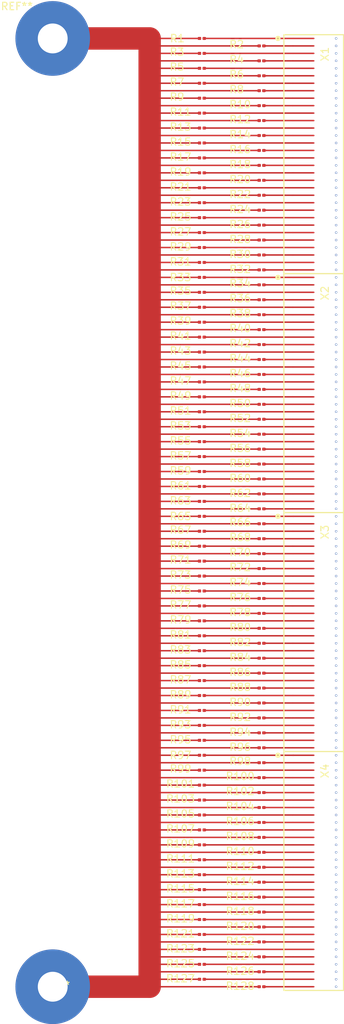
<source format=kicad_pcb>
(kicad_pcb (version 20211014) (generator pcbnew)
  (title_block (title "MWPC High Voltage Terminal") (date "2022-06-23") (rev "v1.0") (company "Tau Systems Inc.") (comment 2 "creativecommons.org/licenses/by/4.0/") (comment 3 "License: CC BY 4.0") (comment 4 "Author: Dung Phan"))
  (layers (0 "F.Cu" signal) (31 "B.Cu" signal) (34 "B.Paste" user) (35 "F.Paste" user) (36 "B.SilkS" user "B.Silkscreen") (37 "F.SilkS" user "F.Silkscreen") (38 "B.Mask" user) (39 "F.Mask" user) (44 "Edge.Cuts" user))
  (net 0 "")
  (net 1 "VS")
  (net 2 "Net-(R1-Pad2)")
  (net 3 "Net-(R2-Pad2)")
  (net 4 "Net-(R3-Pad2)")
  (net 5 "Net-(R4-Pad2)")
  (net 6 "Net-(R5-Pad2)")
  (net 7 "Net-(R6-Pad2)")
  (net 8 "Net-(R7-Pad2)")
  (net 9 "Net-(R8-Pad2)")
  (net 10 "Net-(R9-Pad2)")
  (net 11 "Net-(R10-Pad2)")
  (net 12 "Net-(R11-Pad2)")
  (net 13 "Net-(R12-Pad2)")
  (net 14 "Net-(R13-Pad2)")
  (net 15 "Net-(R14-Pad2)")
  (net 16 "Net-(R15-Pad2)")
  (net 17 "Net-(R16-Pad2)")
  (net 18 "Net-(R17-Pad2)")
  (net 19 "Net-(R18-Pad2)")
  (net 20 "Net-(R19-Pad2)")
  (net 21 "Net-(R20-Pad2)")
  (net 22 "Net-(R21-Pad2)")
  (net 23 "Net-(R22-Pad2)")
  (net 24 "Net-(R23-Pad2)")
  (net 25 "Net-(R24-Pad2)")
  (net 26 "Net-(R25-Pad2)")
  (net 27 "Net-(R26-Pad2)")
  (net 28 "Net-(R27-Pad2)")
  (net 29 "Net-(R28-Pad2)")
  (net 30 "Net-(R29-Pad2)")
  (net 31 "Net-(R30-Pad2)")
  (net 32 "Net-(R31-Pad2)")
  (net 33 "Net-(R32-Pad2)")
  (footprint "Resistor_SMD:R_0201_0603Metric" (layer "F.Cu") (at 85 157.5)
    (fp_text reference "R123" (at -2.86322 -0.11615) (layer "F.SilkS"))
    (fp_text value "100k" hide)
    (pad "1" smd roundrect locked (at -0.32 0) (size 0.46 0.4) (layers "F.Cu" "F.Mask") (net 1 "VS"))
    (pad "2" smd roundrect locked (at 0.32 0) (size 0.46 0.4) (layers "F.Cu" "F.Mask") (net 28 "Net-(R27-Pad2)"))
  )
  (footprint "Resistor_SMD:R_0201_0603Metric" (layer "F.Cu") (at 93 82.5)
    (fp_text reference "R48" (at -2.86322 -0.151625) (layer "F.SilkS"))
    (fp_text value "100k" hide)
    (pad "1" smd roundrect locked (at -0.32 0) (size 0.46 0.4) (layers "F.Cu" "F.Mask") (net 1 "VS"))
    (pad "2" smd roundrect locked (at 0.32 0) (size 0.46 0.4) (layers "F.Cu" "F.Mask") (net 17 "Net-(R16-Pad2)"))
  )
  (footprint "Resistor_SMD:R_0201_0603Metric" (layer "F.Cu") (at 85 139.5)
    (fp_text reference "R105" (at -2.86322 -0.1742) (layer "F.SilkS"))
    (fp_text value "100k" hide)
    (pad "1" smd roundrect locked (at -0.32 0) (size 0.46 0.4) (layers "F.Cu" "F.Mask") (net 1 "VS"))
    (pad "2" smd roundrect locked (at 0.32 0) (size 0.46 0.4) (layers "F.Cu" "F.Mask") (net 10 "Net-(R9-Pad2)"))
  )
  (footprint "Resistor_SMD:R_0201_0603Metric" (layer "F.Cu") (at 93 94.5)
    (fp_text reference "R60" (at -2.86322 -0.112925) (layer "F.SilkS"))
    (fp_text value "100k" hide)
    (pad "1" smd roundrect locked (at -0.32 0) (size 0.46 0.4) (layers "F.Cu" "F.Mask") (net 1 "VS"))
    (pad "2" smd roundrect locked (at 0.32 0) (size 0.46 0.4) (layers "F.Cu" "F.Mask") (net 29 "Net-(R28-Pad2)"))
  )
  (footprint "Resistor_SMD:R_0201_0603Metric" (layer "F.Cu") (at 85 81.5)
    (fp_text reference "R47" (at -2.86322 -0.15485) (layer "F.SilkS"))
    (fp_text value "100k" hide)
    (pad "1" smd roundrect locked (at -0.32 0) (size 0.46 0.4) (layers "F.Cu" "F.Mask") (net 1 "VS"))
    (pad "2" smd roundrect locked (at 0.32 0) (size 0.46 0.4) (layers "F.Cu" "F.Mask") (net 16 "Net-(R15-Pad2)"))
  )
  (footprint "Resistor_SMD:R_0201_0603Metric" (layer "F.Cu") (at 93 40.5)
    (fp_text reference "R6" (at -3.339411 -0.183875) (layer "F.SilkS"))
    (fp_text value "100k" hide)
    (pad "1" smd roundrect locked (at -0.32 0) (size 0.46 0.4) (layers "F.Cu" "F.Mask") (net 1 "VS"))
    (pad "2" smd roundrect locked (at 0.32 0) (size 0.46 0.4) (layers "F.Cu" "F.Mask") (net 7 "Net-(R6-Pad2)"))
  )
  (footprint "Resistor_SMD:R_0201_0603Metric" (layer "F.Cu") (at 93 146.5)
    (fp_text reference "R112" (at -2.86322 -0.151625) (layer "F.SilkS"))
    (fp_text value "100k" hide)
    (pad "1" smd roundrect locked (at -0.32 0) (size 0.46 0.4) (layers "F.Cu" "F.Mask") (net 1 "VS"))
    (pad "2" smd roundrect locked (at 0.32 0) (size 0.46 0.4) (layers "F.Cu" "F.Mask") (net 17 "Net-(R16-Pad2)"))
  )
  (footprint "Resistor_SMD:R_0201_0603Metric" (layer "F.Cu") (at 93 70.5)
    (fp_text reference "R36" (at -2.86322 -0.190325) (layer "F.SilkS"))
    (fp_text value "100k" hide)
    (pad "1" smd roundrect locked (at -0.32 0) (size 0.46 0.4) (layers "F.Cu" "F.Mask") (net 1 "VS"))
    (pad "2" smd roundrect locked (at 0.32 0) (size 0.46 0.4) (layers "F.Cu" "F.Mask") (net 5 "Net-(R4-Pad2)"))
  )
  (footprint "Resistor_SMD:R_0201_0603Metric" (layer "F.Cu") (at 85 105.5)
    (fp_text reference "R71" (at -2.86322 -0.18065) (layer "F.SilkS"))
    (fp_text value "100k" hide)
    (pad "1" smd roundrect locked (at -0.32 0) (size 0.46 0.4) (layers "F.Cu" "F.Mask") (net 1 "VS"))
    (pad "2" smd roundrect locked (at 0.32 0) (size 0.46 0.4) (layers "F.Cu" "F.Mask") (net 8 "Net-(R7-Pad2)"))
  )
  (footprint "Resistor_SMD:R_0201_0603Metric" (layer "F.Cu") (at 93 120.5)
    (fp_text reference "R86" (at -2.86322 -0.132275) (layer "F.SilkS"))
    (fp_text value "100k" hide)
    (pad "1" smd roundrect locked (at -0.32 0) (size 0.46 0.4) (layers "F.Cu" "F.Mask") (net 1 "VS"))
    (pad "2" smd roundrect locked (at 0.32 0) (size 0.46 0.4) (layers "F.Cu" "F.Mask") (net 23 "Net-(R22-Pad2)"))
  )
  (footprint "Resistor_SMD:R_0201_0603Metric" (layer "F.Cu") (at 85 149.5)
    (fp_text reference "R115" (at -2.86322 -0.14195) (layer "F.SilkS"))
    (fp_text value "100k" hide)
    (pad "1" smd roundrect locked (at -0.32 0) (size 0.46 0.4) (layers "F.Cu" "F.Mask") (net 1 "VS"))
    (pad "2" smd roundrect locked (at 0.32 0) (size 0.46 0.4) (layers "F.Cu" "F.Mask") (net 20 "Net-(R19-Pad2)"))
  )
  (footprint "Resistor_SMD:R_0201_0603Metric" (layer "F.Cu") (at 85 125.5)
    (fp_text reference "R91" (at -2.86322 -0.11615) (layer "F.SilkS"))
    (fp_text value "100k" hide)
    (pad "1" smd roundrect locked (at -0.32 0) (size 0.46 0.4) (layers "F.Cu" "F.Mask") (net 1 "VS"))
    (pad "2" smd roundrect locked (at 0.32 0) (size 0.46 0.4) (layers "F.Cu" "F.Mask") (net 28 "Net-(R27-Pad2)"))
  )
  (footprint "Resistor_SMD:R_0201_0603Metric" (layer "F.Cu") (at 85 65.5)
    (fp_text reference "R31" (at -2.86322 -0.10325) (layer "F.SilkS"))
    (fp_text value "100k" hide)
    (pad "1" smd roundrect locked (at -0.32 0) (size 0.46 0.4) (layers "F.Cu" "F.Mask") (net 1 "VS"))
    (pad "2" smd roundrect locked (at 0.32 0) (size 0.46 0.4) (layers "F.Cu" "F.Mask") (net 32 "Net-(R31-Pad2)"))
  )
  (footprint "Resistor_SMD:R_0201_0603Metric" (layer "F.Cu") (at 93 162.5)
    (fp_text reference "R128" (at -2.86322 -0.1) (layer "F.SilkS"))
    (fp_text value "100k" hide)
    (pad "1" smd roundrect locked (at -0.32 0) (size 0.46 0.4) (layers "F.Cu" "F.Mask") (net 1 "VS"))
    (pad "2" smd roundrect locked (at 0.32 0) (size 0.46 0.4) (layers "F.Cu" "F.Mask") (net 33 "Net-(R32-Pad2)"))
  )
  (footprint "Resistor_SMD:R_0201_0603Metric" (layer "F.Cu") (at 85 67.5)
    (fp_text reference "R33" (at -2.86322 0) (layer "F.SilkS"))
    (fp_text value "100k" hide)
    (pad "1" smd roundrect locked (at -0.32 0) (size 0.46 0.4) (layers "F.Cu" "F.Mask") (net 1 "VS"))
    (pad "2" smd roundrect locked (at 0.32 0) (size 0.46 0.4) (layers "F.Cu" "F.Mask") (net 2 "Net-(R1-Pad2)"))
  )
  (footprint "Resistor_SMD:R_0201_0603Metric" (layer "F.Cu") (at 85 161.5)
    (fp_text reference "R127" (at -2.86322 -0.10325) (layer "F.SilkS"))
    (fp_text value "100k" hide)
    (pad "1" smd roundrect locked (at -0.32 0) (size 0.46 0.4) (layers "F.Cu" "F.Mask") (net 1 "VS"))
    (pad "2" smd roundrect locked (at 0.32 0) (size 0.46 0.4) (layers "F.Cu" "F.Mask") (net 32 "Net-(R31-Pad2)"))
  )
  (footprint "Resistor_SMD:R_0201_0603Metric" (layer "F.Cu") (at 85 119.5)
    (fp_text reference "R85" (at -2.86322 -0.1355) (layer "F.SilkS"))
    (fp_text value "100k" hide)
    (pad "1" smd roundrect locked (at -0.32 0) (size 0.46 0.4) (layers "F.Cu" "F.Mask") (net 1 "VS"))
    (pad "2" smd roundrect locked (at 0.32 0) (size 0.46 0.4) (layers "F.Cu" "F.Mask") (net 22 "Net-(R21-Pad2)"))
  )
  (footprint "Resistor_SMD:R_0201_0603Metric" (layer "F.Cu") (at 85 97.5)
    (fp_text reference "R63" (at -2.86322 -0.10325) (layer "F.SilkS"))
    (fp_text value "100k" hide)
    (pad "1" smd roundrect locked (at -0.32 0) (size 0.46 0.4) (layers "F.Cu" "F.Mask") (net 1 "VS"))
    (pad "2" smd roundrect locked (at 0.32 0) (size 0.46 0.4) (layers "F.Cu" "F.Mask") (net 32 "Net-(R31-Pad2)"))
  )
  (footprint "Resistor_SMD:R_0201_0603Metric" (layer "F.Cu") (at 93 52.5)
    (fp_text reference "R18" (at -2.86322 -0.145175) (layer "F.SilkS"))
    (fp_text value "100k" hide)
    (pad "1" smd roundrect locked (at -0.32 0) (size 0.46 0.4) (layers "F.Cu" "F.Mask") (net 1 "VS"))
    (pad "2" smd roundrect locked (at 0.32 0) (size 0.46 0.4) (layers "F.Cu" "F.Mask") (net 19 "Net-(R18-Pad2)"))
  )
  (footprint "Resistor_SMD:R_0201_0603Metric" (layer "F.Cu") (at 93 56.5)
    (fp_text reference "R22" (at -2.86322 -0.132275) (layer "F.SilkS"))
    (fp_text value "100k" hide)
    (pad "1" smd roundrect locked (at -0.32 0) (size 0.46 0.4) (layers "F.Cu" "F.Mask") (net 1 "VS"))
    (pad "2" smd roundrect locked (at 0.32 0) (size 0.46 0.4) (layers "F.Cu" "F.Mask") (net 23 "Net-(R22-Pad2)"))
  )
  (footprint "Resistor_SMD:R_0201_0603Metric" (layer "F.Cu") (at 85 117.5)
    (fp_text reference "R83" (at -2.86322 -0.14195) (layer "F.SilkS"))
    (fp_text value "100k" hide)
    (pad "1" smd roundrect locked (at -0.32 0) (size 0.46 0.4) (layers "F.Cu" "F.Mask") (net 1 "VS"))
    (pad "2" smd roundrect locked (at 0.32 0) (size 0.46 0.4) (layers "F.Cu" "F.Mask") (net 20 "Net-(R19-Pad2)"))
  )
  (footprint "Resistor_SMD:R_0201_0603Metric" (layer "F.Cu") (at 93 48.5)
    (fp_text reference "R14" (at -2.86322 -0.158075) (layer "F.SilkS"))
    (fp_text value "100k" hide)
    (pad "1" smd roundrect locked (at -0.32 0) (size 0.46 0.4) (layers "F.Cu" "F.Mask") (net 1 "VS"))
    (pad "2" smd roundrect locked (at 0.32 0) (size 0.46 0.4) (layers "F.Cu" "F.Mask") (net 15 "Net-(R14-Pad2)"))
  )
  (footprint "Resistor_SMD:R_0201_0603Metric" (layer "F.Cu") (at 93 148.5)
    (fp_text reference "R114" (at -2.86322 -0.145175) (layer "F.SilkS"))
    (fp_text value "100k" hide)
    (pad "1" smd roundrect locked (at -0.32 0) (size 0.46 0.4) (layers "F.Cu" "F.Mask") (net 1 "VS"))
    (pad "2" smd roundrect locked (at 0.32 0) (size 0.46 0.4) (layers "F.Cu" "F.Mask") (net 19 "Net-(R18-Pad2)"))
  )
  (footprint "Resistor_SMD:R_0201_0603Metric" (layer "F.Cu") (at 85 91.5)
    (fp_text reference "R57" (at -2.86322 -0.1226) (layer "F.SilkS"))
    (fp_text value "100k" hide)
    (pad "1" smd roundrect locked (at -0.32 0) (size 0.46 0.4) (layers "F.Cu" "F.Mask") (net 1 "VS"))
    (pad "2" smd roundrect locked (at 0.32 0) (size 0.46 0.4) (layers "F.Cu" "F.Mask") (net 26 "Net-(R25-Pad2)"))
  )
  (footprint "Resistor_SMD:R_0201_0603Metric" (layer "F.Cu") (at 85 77.5)
    (fp_text reference "R43" (at -2.86322 -0.16775) (layer "F.SilkS"))
    (fp_text value "100k" hide)
    (pad "1" smd roundrect locked (at -0.32 0) (size 0.46 0.4) (layers "F.Cu" "F.Mask") (net 1 "VS"))
    (pad "2" smd roundrect locked (at 0.32 0) (size 0.46 0.4) (layers "F.Cu" "F.Mask") (net 12 "Net-(R11-Pad2)"))
  )
  (footprint "Resistor_SMD:R_0201_0603Metric" (layer "F.Cu") (at 85 99.5)
    (fp_text reference "R65" (at -2.86322 0) (layer "F.SilkS"))
    (fp_text value "100k" hide)
    (pad "1" smd roundrect locked (at -0.32 0) (size 0.46 0.4) (layers "F.Cu" "F.Mask") (net 1 "VS"))
    (pad "2" smd roundrect locked (at 0.32 0) (size 0.46 0.4) (layers "F.Cu" "F.Mask") (net 2 "Net-(R1-Pad2)"))
  )
  (footprint "Resistor_SMD:R_0201_0603Metric" (layer "F.Cu") (at 85 101.5)
    (fp_text reference "R67" (at -2.86322 -0.19355) (layer "F.SilkS"))
    (fp_text value "100k" hide)
    (pad "1" smd roundrect locked (at -0.32 0) (size 0.46 0.4) (layers "F.Cu" "F.Mask") (net 1 "VS"))
    (pad "2" smd roundrect locked (at 0.32 0) (size 0.46 0.4) (layers "F.Cu" "F.Mask") (net 4 "Net-(R3-Pad2)"))
  )
  (footprint "Resistor_SMD:R_0201_0603Metric" (layer "F.Cu") (at 85 107.5)
    (fp_text reference "R73" (at -2.86322 -0.1742) (layer "F.SilkS"))
    (fp_text value "100k" hide)
    (pad "1" smd roundrect locked (at -0.32 0) (size 0.46 0.4) (layers "F.Cu" "F.Mask") (net 1 "VS"))
    (pad "2" smd roundrect locked (at 0.32 0) (size 0.46 0.4) (layers "F.Cu" "F.Mask") (net 10 "Net-(R9-Pad2)"))
  )
  (footprint "Resistor_SMD:R_0201_0603Metric" (layer "F.Cu") (at 85 145.5)
    (fp_text reference "R111" (at -2.86322 -0.15485) (layer "F.SilkS"))
    (fp_text value "100k" hide)
    (pad "1" smd roundrect locked (at -0.32 0) (size 0.46 0.4) (layers "F.Cu" "F.Mask") (net 1 "VS"))
    (pad "2" smd roundrect locked (at 0.32 0) (size 0.46 0.4) (layers "F.Cu" "F.Mask") (net 16 "Net-(R15-Pad2)"))
  )
  (footprint "Resistor_SMD:R_0201_0603Metric" (layer "F.Cu") (at 85 153.5)
    (fp_text reference "R119" (at -2.86322 -0.12905) (layer "F.SilkS"))
    (fp_text value "100k" hide)
    (pad "1" smd roundrect locked (at -0.32 0) (size 0.46 0.4) (layers "F.Cu" "F.Mask") (net 1 "VS"))
    (pad "2" smd roundrect locked (at 0.32 0) (size 0.46 0.4) (layers "F.Cu" "F.Mask") (net 24 "Net-(R23-Pad2)"))
  )
  (footprint "mwpc:MWPC_HVT_SMD" (layer "F.Cu") (at 100 50)
    (fp_text reference "X1" (at 1.5 -12.4 90 unlocked) (layer "F.SilkS"))
    (fp_text value "MWPC_HVT")
    (pad "" thru_hole circle locked (at 3 -13.5) (size 0.3 0.3) (drill 0.2) (layers *.Cu *.Mask))
    (pad "" thru_hole circle locked (at 3 6.5) (size 0.3 0.3) (drill 0.2) (layers *.Cu *.Mask))
    (pad "" thru_hole circle locked (at 3 -11.5) (size 0.3 0.3) (drill 0.2) (layers *.Cu *.Mask))
    (pad "" thru_hole circle locked (at 3 -10.5) (size 0.3 0.3) (drill 0.2) (layers *.Cu *.Mask))
    (pad "" thru_hole circle locked (at 3 4.5) (size 0.3 0.3) (drill 0.2) (layers *.Cu *.Mask))
    (pad "" thru_hole circle locked (at 3 10.5) (size 0.3 0.3) (drill 0.2) (layers *.Cu *.Mask))
    (pad "" thru_hole circle locked (at 3 9.5) (size 0.3 0.3) (drill 0.2) (layers *.Cu *.Mask))
    (pad "" thru_hole circle locked (at 3 3.5) (size 0.3 0.3) (drill 0.2) (layers *.Cu *.Mask))
    (pad "" thru_hole circle locked (at 3 15.5) (size 0.3 0.3) (drill 0.2) (layers *.Cu *.Mask))
    (pad "" thru_hole circle locked (at 3 -12.5) (size 0.3 0.3) (drill 0.2) (layers *.Cu *.Mask))
    (pad "" thru_hole circle locked (at 3 -9.5) (size 0.3 0.3) (drill 0.2) (layers *.Cu *.Mask))
    (pad "" thru_hole circle locked (at 3 -5.5) (size 0.3 0.3) (drill 0.2) (layers *.Cu *.Mask))
    (pad "" thru_hole circle locked (at 3 11.5) (size 0.3 0.3) (drill 0.2) (layers *.Cu *.Mask))
    (pad "" thru_hole circle locked (at 3 -14.5) (size 0.3 0.3) (drill 0.2) (layers *.Cu *.Mask))
    (pad "" thru_hole circle locked (at 3 2.5) (size 0.3 0.3) (drill 0.2) (layers *.Cu *.Mask))
    (pad "" thru_hole circle locked (at 3 5.5) (size 0.3 0.3) (drill 0.2) (layers *.Cu *.Mask))
    (pad "" thru_hole circle locked (at 3 -4.5) (size 0.3 0.3) (drill 0.2) (layers *.Cu *.Mask))
    (pad "" thru_hole circle locked (at 3 12.5) (size 0.3 0.3) (drill 0.2) (layers *.Cu *.Mask))
    (pad "" thru_hole circle locked (at 3 -0.5) (size 0.3 0.3) (drill 0.2) (layers *.Cu *.Mask))
    (pad "" thru_hole circle locked (at 3 -7.5) (size 0.3 0.3) (drill 0.2) (layers *.Cu *.Mask))
    (pad "" thru_hole circle locked (at 3 14.5) (size 0.3 0.3) (drill 0.2) (layers *.Cu *.Mask))
    (pad "" thru_hole circle locked (at 3 -6.5) (size 0.3 0.3) (drill 0.2) (layers *.Cu *.Mask))
    (pad "" thru_hole circle locked (at 3 7.5) (size 0.3 0.3) (drill 0.2) (layers *.Cu *.Mask))
    (pad "" thru_hole circle locked (at 3 8.5) (size 0.3 0.3) (drill 0.2) (layers *.Cu *.Mask))
    (pad "" thru_hole circle locked (at 3 0.5) (size 0.3 0.3) (drill 0.2) (layers *.Cu *.Mask))
    (pad "" thru_hole circle locked (at 3 -2.5) (size 0.3 0.3) (drill 0.2) (layers *.Cu *.Mask))
    (pad "" thru_hole circle locked (at 3 16.5) (size 0.3 0.3) (drill 0.2) (layers *.Cu *.Mask))
    (pad "" thru_hole circle locked (at 3 13.5) (size 0.3 0.3) (drill 0.2) (layers *.Cu *.Mask))
    (pad "" thru_hole circle locked (at 3 1.5) (size 0.3 0.3) (drill 0.2) (layers *.Cu *.Mask))
    (pad "" thru_hole circle locked (at 3 -3.5) (size 0.3 0.3) (drill 0.2) (layers *.Cu *.Mask))
    (pad "" thru_hole circle locked (at 3 -8.5) (size 0.3 0.3) (drill 0.2) (layers *.Cu *.Mask))
    (pad "" thru_hole circle locked (at 3 -1.5) (size 0.3 0.3) (drill 0.2) (layers *.Cu *.Mask))
    (pad "1" smd oval locked (at -1.4 -14.5) (size 3 0.2) (layers "F.Cu" "F.Paste" "F.Mask") (net 2 "Net-(R1-Pad2)"))
    (pad "2" smd oval locked (at -1.4 -13.5) (size 3 0.2) (layers "F.Cu" "F.Paste" "F.Mask") (net 3 "Net-(R2-Pad2)"))
    (pad "3" smd oval locked (at -1.4 -12.5) (size 3 0.2) (layers "F.Cu" "F.Paste" "F.Mask") (net 4 "Net-(R3-Pad2)"))
    (pad "4" smd oval locked (at -1.4 -11.5) (size 3 0.2) (layers "F.Cu" "F.Paste" "F.Mask") (net 5 "Net-(R4-Pad2)"))
    (pad "5" smd oval locked (at -1.4 -10.5) (size 3 0.2) (layers "F.Cu" "F.Paste" "F.Mask") (net 6 "Net-(R5-Pad2)"))
    (pad "6" smd oval locked (at -1.4 -9.5) (size 3 0.2) (layers "F.Cu" "F.Paste" "F.Mask") (net 7 "Net-(R6-Pad2)"))
    (pad "7" smd oval locked (at -1.4 -8.5) (size 3 0.2) (layers "F.Cu" "F.Paste" "F.Mask") (net 8 "Net-(R7-Pad2)"))
    (pad "8" smd oval locked (at -1.4 -7.5) (size 3 0.2) (layers "F.Cu" "F.Paste" "F.Mask") (net 9 "Net-(R8-Pad2)"))
    (pad "9" smd oval locked (at -1.4 -6.5) (size 3 0.2) (layers "F.Cu" "F.Paste" "F.Mask") (net 10 "Net-(R9-Pad2)"))
    (pad "10" smd oval locked (at -1.4 -5.5) (size 3 0.2) (layers "F.Cu" "F.Paste" "F.Mask") (net 11 "Net-(R10-Pad2)"))
    (pad "11" smd oval locked (at -1.4 -4.5) (size 3 0.2) (layers "F.Cu" "F.Paste" "F.Mask") (net 12 "Net-(R11-Pad2)"))
    (pad "12" smd oval locked (at -1.4 -3.5) (size 3 0.2) (layers "F.Cu" "F.Paste" "F.Mask") (net 13 "Net-(R12-Pad2)"))
    (pad "13" smd oval locked (at -1.4 -2.5) (size 3 0.2) (layers "F.Cu" "F.Paste" "F.Mask") (net 14 "Net-(R13-Pad2)"))
    (pad "14" smd oval locked (at -1.4 -1.5) (size 3 0.2) (layers "F.Cu" "F.Paste" "F.Mask") (net 15 "Net-(R14-Pad2)"))
    (pad "15" smd oval locked (at -1.4 -0.5) (size 3 0.2) (layers "F.Cu" "F.Paste" "F.Mask") (net 16 "Net-(R15-Pad2)"))
    (pad "16" smd oval locked (at -1.4 0.5) (size 3 0.2) (layers "F.Cu" "F.Paste" "F.Mask") (net 17 "Net-(R16-Pad2)"))
    (pad "17" smd oval locked (at -1.4 1.5) (size 3 0.2) (layers "F.Cu" "F.Paste" "F.Mask") (net 18 "Net-(R17-Pad2)"))
    (pad "18" smd oval locked (at -1.4 2.5) (size 3 0.2) (layers "F.Cu" "F.Paste" "F.Mask") (net 19 "Net-(R18-Pad2)"))
    (pad "19" smd oval locked (at -1.4 3.5) (size 3 0.2) (layers "F.Cu" "F.Paste" "F.Mask") (net 20 "Net-(R19-Pad2)"))
    (pad "20" smd oval locked (at -1.4 4.5) (size 3 0.2) (layers "F.Cu" "F.Paste" "F.Mask") (net 21 "Net-(R20-Pad2)"))
    (pad "21" smd oval locked (at -1.4 5.5) (size 3 0.2) (layers "F.Cu" "F.Paste" "F.Mask") (net 22 "Net-(R21-Pad2)"))
    (pad "22" smd oval locked (at -1.4 6.5) (size 3 0.2) (layers "F.Cu" "F.Paste" "F.Mask") (net 23 "Net-(R22-Pad2)"))
    (pad "23" smd oval locked (at -1.4 7.5) (size 3 0.2) (layers "F.Cu" "F.Paste" "F.Mask") (net 24 "Net-(R23-Pad2)"))
    (pad "24" smd oval locked (at -1.4 8.5) (size 3 0.2) (layers "F.Cu" "F.Paste" "F.Mask") (net 25 "Net-(R24-Pad2)"))
    (pad "25" smd oval locked (at -1.4 9.5) (size 3 0.2) (layers "F.Cu" "F.Paste" "F.Mask") (net 26 "Net-(R25-Pad2)"))
    (pad "26" smd oval locked (at -1.4 10.5) (size 3 0.2) (layers "F.Cu" "F.Paste" "F.Mask") (net 27 "Net-(R26-Pad2)"))
    (pad "27" smd oval locked (at -1.4 11.5) (size 3 0.2) (layers "F.Cu" "F.Paste" "F.Mask") (net 28 "Net-(R27-Pad2)"))
    (pad "28" smd oval locked (at -1.4 12.5) (size 3 0.2) (layers "F.Cu" "F.Paste" "F.Mask") (net 29 "Net-(R28-Pad2)"))
    (pad "29" smd oval locked (at -1.4 13.5) (size 3 0.2) (layers "F.Cu" "F.Paste" "F.Mask") (net 30 "Net-(R29-Pad2)"))
    (pad "30" smd oval locked (at -1.4 14.5) (size 3 0.2) (layers "F.Cu" "F.Paste" "F.Mask") (net 31 "Net-(R30-Pad2)"))
    (pad "31" smd oval locked (at -1.4 15.5) (size 3 0.2) (layers "F.Cu" "F.Paste" "F.Mask") (net 32 "Net-(R31-Pad2)"))
    (pad "32" smd oval locked (at -1.4 16.5) (size 3 0.2) (layers "F.Cu" "F.Paste" "F.Mask") (net 33 "Net-(R32-Pad2)"))
  )
  (footprint "Resistor_SMD:R_0201_0603Metric" (layer "F.Cu") (at 85 47.5)
    (fp_text reference "R13" (at -2.86322 -0.1613) (layer "F.SilkS"))
    (fp_text value "100k" hide)
    (pad "1" smd roundrect locked (at -0.32 0) (size 0.46 0.4) (layers "F.Cu" "F.Mask") (net 1 "VS"))
    (pad "2" smd roundrect locked (at 0.32 0) (size 0.46 0.4) (layers "F.Cu" "F.Mask") (net 14 "Net-(R13-Pad2)"))
  )
  (footprint "Resistor_SMD:R_0201_0603Metric" (layer "F.Cu") (at 85 49.5)
    (fp_text reference "R15" (at -2.86322 -0.15485) (layer "F.SilkS"))
    (fp_text value "100k" hide)
    (pad "1" smd roundrect locked (at -0.32 0) (size 0.46 0.4) (layers "F.Cu" "F.Mask") (net 1 "VS"))
    (pad "2" smd roundrect locked (at 0.32 0) (size 0.46 0.4) (layers "F.Cu" "F.Mask") (net 16 "Net-(R15-Pad2)"))
  )
  (footprint "Resistor_SMD:R_0201_0603Metric" (layer "F.Cu") (at 93 72.5)
    (fp_text reference "R38" (at -2.86322 -0.183875) (layer "F.SilkS"))
    (fp_text value "100k" hide)
    (pad "1" smd roundrect locked (at -0.32 0) (size 0.46 0.4) (layers "F.Cu" "F.Mask") (net 1 "VS"))
    (pad "2" smd roundrect locked (at 0.32 0) (size 0.46 0.4) (layers "F.Cu" "F.Mask") (net 7 "Net-(R6-Pad2)"))
  )
  (footprint "Resistor_SMD:R_0201_0603Metric" (layer "F.Cu") (at 85 35.5)
    (fp_text reference "R1" (at -3.3 0) (layer "F.SilkS"))
    (fp_text value "100k" hide)
    (pad "1" smd roundrect locked (at -0.32 0) (size 0.46 0.4) (layers "F.Cu" "F.Mask") (net 1 "VS"))
    (pad "2" smd roundrect locked (at 0.32 0) (size 0.46 0.4) (layers "F.Cu" "F.Mask") (net 2 "Net-(R1-Pad2)"))
  )
  (footprint "Resistor_SMD:R_0201_0603Metric" (layer "F.Cu") (at 93 42.5)
    (fp_text reference "R8" (at -3.339411 -0.177425) (layer "F.SilkS"))
    (fp_text value "100k" hide)
    (pad "1" smd roundrect locked (at -0.32 0) (size 0.46 0.4) (layers "F.Cu" "F.Mask") (net 1 "VS"))
    (pad "2" smd roundrect locked (at 0.32 0) (size 0.46 0.4) (layers "F.Cu" "F.Mask") (net 9 "Net-(R8-Pad2)"))
  )
  (footprint "Resistor_SMD:R_0201_0603Metric" (layer "F.Cu") (at 85 93.5)
    (fp_text reference "R59" (at -2.86322 -0.11615) (layer "F.SilkS"))
    (fp_text value "100k" hide)
    (pad "1" smd roundrect locked (at -0.32 0) (size 0.46 0.4) (layers "F.Cu" "F.Mask") (net 1 "VS"))
    (pad "2" smd roundrect locked (at 0.32 0) (size 0.46 0.4) (layers "F.Cu" "F.Mask") (net 28 "Net-(R27-Pad2)"))
  )
  (footprint "Resistor_SMD:R_0201_0603Metric" (layer "F.Cu") (at 85 57.5)
    (fp_text reference "R23" (at -2.86322 -0.12905) (layer "F.SilkS"))
    (fp_text value "100k" hide)
    (pad "1" smd roundrect locked (at -0.32 0) (size 0.46 0.4) (layers "F.Cu" "F.Mask") (net 1 "VS"))
    (pad "2" smd roundrect locked (at 0.32 0) (size 0.46 0.4) (layers "F.Cu" "F.Mask") (net 24 "Net-(R23-Pad2)"))
  )
  (footprint "Resistor_SMD:R_0201_0603Metric" (layer "F.Cu") (at 85 155.5)
    (fp_text reference "R121" (at -2.86322 -0.1226) (layer "F.SilkS"))
    (fp_text value "100k" hide)
    (pad "1" smd roundrect locked (at -0.32 0) (size 0.46 0.4) (layers "F.Cu" "F.Mask") (net 1 "VS"))
    (pad "2" smd roundrect locked (at 0.32 0) (size 0.46 0.4) (layers "F.Cu" "F.Mask") (net 26 "Net-(R25-Pad2)"))
  )
  (footprint "Resistor_SMD:R_0201_0603Metric" (layer "F.Cu") (at 85 73.5)
    (fp_text reference "R39" (at -2.86322 -0.18065) (layer "F.SilkS"))
    (fp_text value "100k" hide)
    (pad "1" smd roundrect locked (at -0.32 0) (size 0.46 0.4) (layers "F.Cu" "F.Mask") (net 1 "VS"))
    (pad "2" smd roundrect locked (at 0.32 0) (size 0.46 0.4) (layers "F.Cu" "F.Mask") (net 8 "Net-(R7-Pad2)"))
  )
  (footprint "Resistor_SMD:R_0201_0603Metric" (layer "F.Cu") (at 85 137.5)
    (fp_text reference "R103" (at -2.86322 -0.18065) (layer "F.SilkS"))
    (fp_text value "100k" hide)
    (pad "1" smd roundrect locked (at -0.32 0) (size 0.46 0.4) (layers "F.Cu" "F.Mask") (net 1 "VS"))
    (pad "2" smd roundrect locked (at 0.32 0) (size 0.46 0.4) (layers "F.Cu" "F.Mask") (net 8 "Net-(R7-Pad2)"))
  )
  (footprint "Resistor_SMD:R_0201_0603Metric" (layer "F.Cu") (at 85 45.5)
    (fp_text reference "R11" (at -2.86322 -0.16775) (layer "F.SilkS"))
    (fp_text value "100k" hide)
    (pad "1" smd roundrect locked (at -0.32 0) (size 0.46 0.4) (layers "F.Cu" "F.Mask") (net 1 "VS"))
    (pad "2" smd roundrect locked (at 0.32 0) (size 0.46 0.4) (layers "F.Cu" "F.Mask") (net 12 "Net-(R11-Pad2)"))
  )
  (footprint "Resistor_SMD:R_0201_0603Metric" (layer "F.Cu") (at 93 62.5)
    (fp_text reference "R28" (at -2.86322 -0.112925) (layer "F.SilkS"))
    (fp_text value "100k" hide)
    (pad "1" smd roundrect locked (at -0.32 0) (size 0.46 0.4) (layers "F.Cu" "F.Mask") (net 1 "VS"))
    (pad "2" smd roundrect locked (at 0.32 0) (size 0.46 0.4) (layers "F.Cu" "F.Mask") (net 29 "Net-(R28-Pad2)"))
  )
  (footprint "Resistor_SMD:R_0201_0603Metric" (layer "F.Cu") (at 93 156.5)
    (fp_text reference "R122" (at -2.86322 -0.119375) (layer "F.SilkS"))
    (fp_text value "100k" hide)
    (pad "1" smd roundrect locked (at -0.32 0) (size 0.46 0.4) (layers "F.Cu" "F.Mask") (net 1 "VS"))
    (pad "2" smd roundrect locked (at 0.32 0) (size 0.46 0.4) (layers "F.Cu" "F.Mask") (net 27 "Net-(R26-Pad2)"))
  )
  (footprint "Resistor_SMD:R_0201_0603Metric" (layer "F.Cu") (at 85 55.5)
    (fp_text reference "R21" (at -2.86322 -0.1355) (layer "F.SilkS"))
    (fp_text value "100k" hide)
    (pad "1" smd roundrect locked (at -0.32 0) (size 0.46 0.4) (layers "F.Cu" "F.Mask") (net 1 "VS"))
    (pad "2" smd roundrect locked (at 0.32 0) (size 0.46 0.4) (layers "F.Cu" "F.Mask") (net 22 "Net-(R21-Pad2)"))
  )
  (footprint "mwpc:MWPC_HVT_SMD" (layer "F.Cu") (at 100 82)
    (fp_text reference locked "X2" (at 1.5 -12.4 90 unlocked) (layer "F.SilkS"))
    (fp_text value "MWPC_HVT")
    (pad "" thru_hole circle locked (at 3 -13.5) (size 0.3 0.3) (drill 0.2) (layers *.Cu *.Mask))
    (pad "" thru_hole circle locked (at 3 6.5) (size 0.3 0.3) (drill 0.2) (layers *.Cu *.Mask))
    (pad "" thru_hole circle locked (at 3 -11.5) (size 0.3 0.3) (drill 0.2) (layers *.Cu *.Mask))
    (pad "" thru_hole circle locked (at 3 -10.5) (size 0.3 0.3) (drill 0.2) (layers *.Cu *.Mask))
    (pad "" thru_hole circle locked (at 3 4.5) (size 0.3 0.3) (drill 0.2) (layers *.Cu *.Mask))
    (pad "" thru_hole circle locked (at 3 10.5) (size 0.3 0.3) (drill 0.2) (layers *.Cu *.Mask))
    (pad "" thru_hole circle locked (at 3 9.5) (size 0.3 0.3) (drill 0.2) (layers *.Cu *.Mask))
    (pad "" thru_hole circle locked (at 3 3.5) (size 0.3 0.3) (drill 0.2) (layers *.Cu *.Mask))
    (pad "" thru_hole circle locked (at 3 15.5) (size 0.3 0.3) (drill 0.2) (layers *.Cu *.Mask))
    (pad "" thru_hole circle locked (at 3 -12.5) (size 0.3 0.3) (drill 0.2) (layers *.Cu *.Mask))
    (pad "" thru_hole circle locked (at 3 -9.5) (size 0.3 0.3) (drill 0.2) (layers *.Cu *.Mask))
    (pad "" thru_hole circle locked (at 3 -5.5) (size 0.3 0.3) (drill 0.2) (layers *.Cu *.Mask))
    (pad "" thru_hole circle locked (at 3 11.5) (size 0.3 0.3) (drill 0.2) (layers *.Cu *.Mask))
    (pad "" thru_hole circle locked (at 3 -14.5) (size 0.3 0.3) (drill 0.2) (layers *.Cu *.Mask))
    (pad "" thru_hole circle locked (at 3 2.5) (size 0.3 0.3) (drill 0.2) (layers *.Cu *.Mask))
    (pad "" thru_hole circle locked (at 3 5.5) (size 0.3 0.3) (drill 0.2) (layers *.Cu *.Mask))
    (pad "" thru_hole circle locked (at 3 -4.5) (size 0.3 0.3) (drill 0.2) (layers *.Cu *.Mask))
    (pad "" thru_hole circle locked (at 3 12.5) (size 0.3 0.3) (drill 0.2) (layers *.Cu *.Mask))
    (pad "" thru_hole circle locked (at 3 -0.5) (size 0.3 0.3) (drill 0.2) (layers *.Cu *.Mask))
    (pad "" thru_hole circle locked (at 3 -7.5) (size 0.3 0.3) (drill 0.2) (layers *.Cu *.Mask))
    (pad "" thru_hole circle locked (at 3 14.5) (size 0.3 0.3) (drill 0.2) (layers *.Cu *.Mask))
    (pad "" thru_hole circle locked (at 3 -6.5) (size 0.3 0.3) (drill 0.2) (layers *.Cu *.Mask))
    (pad "" thru_hole circle locked (at 3 7.5) (size 0.3 0.3) (drill 0.2) (layers *.Cu *.Mask))
    (pad "" thru_hole circle locked (at 3 8.5) (size 0.3 0.3) (drill 0.2) (layers *.Cu *.Mask))
    (pad "" thru_hole circle locked (at 3 0.5) (size 0.3 0.3) (drill 0.2) (layers *.Cu *.Mask))
    (pad "" thru_hole circle locked (at 3 -2.5) (size 0.3 0.3) (drill 0.2) (layers *.Cu *.Mask))
    (pad "" thru_hole circle locked (at 3 16.5) (size 0.3 0.3) (drill 0.2) (layers *.Cu *.Mask))
    (pad "" thru_hole circle locked (at 3 13.5) (size 0.3 0.3) (drill 0.2) (layers *.Cu *.Mask))
    (pad "" thru_hole circle locked (at 3 1.5) (size 0.3 0.3) (drill 0.2) (layers *.Cu *.Mask))
    (pad "" thru_hole circle locked (at 3 -3.5) (size 0.3 0.3) (drill 0.2) (layers *.Cu *.Mask))
    (pad "" thru_hole circle locked (at 3 -8.5) (size 0.3 0.3) (drill 0.2) (layers *.Cu *.Mask))
    (pad "" thru_hole circle locked (at 3 -1.5) (size 0.3 0.3) (drill 0.2) (layers *.Cu *.Mask))
    (pad "1" smd oval locked (at -1.4 -14.5) (size 3 0.2) (layers "F.Cu" "F.Paste" "F.Mask") (net 2 "Net-(R1-Pad2)"))
    (pad "2" smd oval locked (at -1.4 -13.5) (size 3 0.2) (layers "F.Cu" "F.Paste" "F.Mask") (net 3 "Net-(R2-Pad2)"))
    (pad "3" smd oval locked (at -1.4 -12.5) (size 3 0.2) (layers "F.Cu" "F.Paste" "F.Mask") (net 4 "Net-(R3-Pad2)"))
    (pad "4" smd oval locked (at -1.4 -11.5) (size 3 0.2) (layers "F.Cu" "F.Paste" "F.Mask") (net 5 "Net-(R4-Pad2)"))
    (pad "5" smd oval locked (at -1.4 -10.5) (size 3 0.2) (layers "F.Cu" "F.Paste" "F.Mask") (net 6 "Net-(R5-Pad2)"))
    (pad "6" smd oval locked (at -1.4 -9.5) (size 3 0.2) (layers "F.Cu" "F.Paste" "F.Mask") (net 7 "Net-(R6-Pad2)"))
    (pad "7" smd oval locked (at -1.4 -8.5) (size 3 0.2) (layers "F.Cu" "F.Paste" "F.Mask") (net 8 "Net-(R7-Pad2)"))
    (pad "8" smd oval locked (at -1.4 -7.5) (size 3 0.2) (layers "F.Cu" "F.Paste" "F.Mask") (net 9 "Net-(R8-Pad2)"))
    (pad "9" smd oval locked (at -1.4 -6.5) (size 3 0.2) (layers "F.Cu" "F.Paste" "F.Mask") (net 10 "Net-(R9-Pad2)"))
    (pad "10" smd oval locked (at -1.4 -5.5) (size 3 0.2) (layers "F.Cu" "F.Paste" "F.Mask") (net 11 "Net-(R10-Pad2)"))
    (pad "11" smd oval locked (at -1.4 -4.5) (size 3 0.2) (layers "F.Cu" "F.Paste" "F.Mask") (net 12 "Net-(R11-Pad2)"))
    (pad "12" smd oval locked (at -1.4 -3.5) (size 3 0.2) (layers "F.Cu" "F.Paste" "F.Mask") (net 13 "Net-(R12-Pad2)"))
    (pad "13" smd oval locked (at -1.4 -2.5) (size 3 0.2) (layers "F.Cu" "F.Paste" "F.Mask") (net 14 "Net-(R13-Pad2)"))
    (pad "14" smd oval locked (at -1.4 -1.5) (size 3 0.2) (layers "F.Cu" "F.Paste" "F.Mask") (net 15 "Net-(R14-Pad2)"))
    (pad "15" smd oval locked (at -1.4 -0.5) (size 3 0.2) (layers "F.Cu" "F.Paste" "F.Mask") (net 16 "Net-(R15-Pad2)"))
    (pad "16" smd oval locked (at -1.4 0.5) (size 3 0.2) (layers "F.Cu" "F.Paste" "F.Mask") (net 17 "Net-(R16-Pad2)"))
    (pad "17" smd oval locked (at -1.4 1.5) (size 3 0.2) (layers "F.Cu" "F.Paste" "F.Mask") (net 18 "Net-(R17-Pad2)"))
    (pad "18" smd oval locked (at -1.4 2.5) (size 3 0.2) (layers "F.Cu" "F.Paste" "F.Mask") (net 19 "Net-(R18-Pad2)"))
    (pad "19" smd oval locked (at -1.4 3.5) (size 3 0.2) (layers "F.Cu" "F.Paste" "F.Mask") (net 20 "Net-(R19-Pad2)"))
    (pad "20" smd oval locked (at -1.4 4.5) (size 3 0.2) (layers "F.Cu" "F.Paste" "F.Mask") (net 21 "Net-(R20-Pad2)"))
    (pad "21" smd oval locked (at -1.4 5.5) (size 3 0.2) (layers "F.Cu" "F.Paste" "F.Mask") (net 22 "Net-(R21-Pad2)"))
    (pad "22" smd oval locked (at -1.4 6.5) (size 3 0.2) (layers "F.Cu" "F.Paste" "F.Mask") (net 23 "Net-(R22-Pad2)"))
    (pad "23" smd oval locked (at -1.4 7.5) (size 3 0.2) (layers "F.Cu" "F.Paste" "F.Mask") (net 24 "Net-(R23-Pad2)"))
    (pad "24" smd oval locked (at -1.4 8.5) (size 3 0.2) (layers "F.Cu" "F.Paste" "F.Mask") (net 25 "Net-(R24-Pad2)"))
    (pad "25" smd oval locked (at -1.4 9.5) (size 3 0.2) (layers "F.Cu" "F.Paste" "F.Mask") (net 26 "Net-(R25-Pad2)"))
    (pad "26" smd oval locked (at -1.4 10.5) (size 3 0.2) (layers "F.Cu" "F.Paste" "F.Mask") (net 27 "Net-(R26-Pad2)"))
    (pad "27" smd oval locked (at -1.4 11.5) (size 3 0.2) (layers "F.Cu" "F.Paste" "F.Mask") (net 28 "Net-(R27-Pad2)"))
    (pad "28" smd oval locked (at -1.4 12.5) (size 3 0.2) (layers "F.Cu" "F.Paste" "F.Mask") (net 29 "Net-(R28-Pad2)"))
    (pad "29" smd oval locked (at -1.4 13.5) (size 3 0.2) (layers "F.Cu" "F.Paste" "F.Mask") (net 30 "Net-(R29-Pad2)"))
    (pad "30" smd oval locked (at -1.4 14.5) (size 3 0.2) (layers "F.Cu" "F.Paste" "F.Mask") (net 31 "Net-(R30-Pad2)"))
    (pad "31" smd oval locked (at -1.4 15.5) (size 3 0.2) (layers "F.Cu" "F.Paste" "F.Mask") (net 32 "Net-(R31-Pad2)"))
    (pad "32" smd oval locked (at -1.4 16.5) (size 3 0.2) (layers "F.Cu" "F.Paste" "F.Mask") (net 33 "Net-(R32-Pad2)"))
  )
  (footprint "Resistor_SMD:R_0201_0603Metric" (layer "F.Cu") (at 93 122.5)
    (fp_text reference "R88" (at -2.86322 -0.125825) (layer "F.SilkS"))
    (fp_text value "100k" hide)
    (pad "1" smd roundrect locked (at -0.32 0) (size 0.46 0.4) (layers "F.Cu" "F.Mask") (net 1 "VS"))
    (pad "2" smd roundrect locked (at 0.32 0) (size 0.46 0.4) (layers "F.Cu" "F.Mask") (net 25 "Net-(R24-Pad2)"))
  )
  (footprint "Resistor_SMD:R_0201_0603Metric" (layer "F.Cu") (at 85 141.5)
    (fp_text reference "R107" (at -2.86322 -0.16775) (layer "F.SilkS"))
    (fp_text value "100k" hide)
    (pad "1" smd roundrect locked (at -0.32 0) (size 0.46 0.4) (layers "F.Cu" "F.Mask") (net 1 "VS"))
    (pad "2" smd roundrect locked (at 0.32 0) (size 0.46 0.4) (layers "F.Cu" "F.Mask") (net 12 "Net-(R11-Pad2)"))
  )
  (footprint "mwpc:MWPC_HVT_SMD" (layer "F.Cu") (at 100 114)
    (fp_text reference "X3" (at 1.5 -12.4 90 unlocked) (layer "F.SilkS"))
    (fp_text value "MWPC_HVT")
    (pad "" thru_hole circle locked (at 3 -13.5) (size 0.3 0.3) (drill 0.2) (layers *.Cu *.Mask))
    (pad "" thru_hole circle locked (at 3 6.5) (size 0.3 0.3) (drill 0.2) (layers *.Cu *.Mask))
    (pad "" thru_hole circle locked (at 3 -11.5) (size 0.3 0.3) (drill 0.2) (layers *.Cu *.Mask))
    (pad "" thru_hole circle locked (at 3 -10.5) (size 0.3 0.3) (drill 0.2) (layers *.Cu *.Mask))
    (pad "" thru_hole circle locked (at 3 4.5) (size 0.3 0.3) (drill 0.2) (layers *.Cu *.Mask))
    (pad "" thru_hole circle locked (at 3 10.5) (size 0.3 0.3) (drill 0.2) (layers *.Cu *.Mask))
    (pad "" thru_hole circle locked (at 3 9.5) (size 0.3 0.3) (drill 0.2) (layers *.Cu *.Mask))
    (pad "" thru_hole circle locked (at 3 3.5) (size 0.3 0.3) (drill 0.2) (layers *.Cu *.Mask))
    (pad "" thru_hole circle locked (at 3 15.5) (size 0.3 0.3) (drill 0.2) (layers *.Cu *.Mask))
    (pad "" thru_hole circle locked (at 3 -12.5) (size 0.3 0.3) (drill 0.2) (layers *.Cu *.Mask))
    (pad "" thru_hole circle locked (at 3 -9.5) (size 0.3 0.3) (drill 0.2) (layers *.Cu *.Mask))
    (pad "" thru_hole circle locked (at 3 -5.5) (size 0.3 0.3) (drill 0.2) (layers *.Cu *.Mask))
    (pad "" thru_hole circle locked (at 3 11.5) (size 0.3 0.3) (drill 0.2) (layers *.Cu *.Mask))
    (pad "" thru_hole circle locked (at 3 -14.5) (size 0.3 0.3) (drill 0.2) (layers *.Cu *.Mask))
    (pad "" thru_hole circle locked (at 3 2.5) (size 0.3 0.3) (drill 0.2) (layers *.Cu *.Mask))
    (pad "" thru_hole circle locked (at 3 5.5) (size 0.3 0.3) (drill 0.2) (layers *.Cu *.Mask))
    (pad "" thru_hole circle locked (at 3 -4.5) (size 0.3 0.3) (drill 0.2) (layers *.Cu *.Mask))
    (pad "" thru_hole circle locked (at 3 12.5) (size 0.3 0.3) (drill 0.2) (layers *.Cu *.Mask))
    (pad "" thru_hole circle locked (at 3 -0.5) (size 0.3 0.3) (drill 0.2) (layers *.Cu *.Mask))
    (pad "" thru_hole circle locked (at 3 -7.5) (size 0.3 0.3) (drill 0.2) (layers *.Cu *.Mask))
    (pad "" thru_hole circle locked (at 3 14.5) (size 0.3 0.3) (drill 0.2) (layers *.Cu *.Mask))
    (pad "" thru_hole circle locked (at 3 -6.5) (size 0.3 0.3) (drill 0.2) (layers *.Cu *.Mask))
    (pad "" thru_hole circle locked (at 3 7.5) (size 0.3 0.3) (drill 0.2) (layers *.Cu *.Mask))
    (pad "" thru_hole circle locked (at 3 8.5) (size 0.3 0.3) (drill 0.2) (layers *.Cu *.Mask))
    (pad "" thru_hole circle locked (at 3 0.5) (size 0.3 0.3) (drill 0.2) (layers *.Cu *.Mask))
    (pad "" thru_hole circle locked (at 3 -2.5) (size 0.3 0.3) (drill 0.2) (layers *.Cu *.Mask))
    (pad "" thru_hole circle locked (at 3 16.5) (size 0.3 0.3) (drill 0.2) (layers *.Cu *.Mask))
    (pad "" thru_hole circle locked (at 3 13.5) (size 0.3 0.3) (drill 0.2) (layers *.Cu *.Mask))
    (pad "" thru_hole circle locked (at 3 1.5) (size 0.3 0.3) (drill 0.2) (layers *.Cu *.Mask))
    (pad "" thru_hole circle locked (at 3 -3.5) (size 0.3 0.3) (drill 0.2) (layers *.Cu *.Mask))
    (pad "" thru_hole circle locked (at 3 -8.5) (size 0.3 0.3) (drill 0.2) (layers *.Cu *.Mask))
    (pad "" thru_hole circle locked (at 3 -1.5) (size 0.3 0.3) (drill 0.2) (layers *.Cu *.Mask))
    (pad "1" smd oval locked (at -1.4 -14.5) (size 3 0.2) (layers "F.Cu" "F.Paste" "F.Mask") (net 2 "Net-(R1-Pad2)"))
    (pad "2" smd oval locked (at -1.4 -13.5) (size 3 0.2) (layers "F.Cu" "F.Paste" "F.Mask") (net 3 "Net-(R2-Pad2)"))
    (pad "3" smd oval locked (at -1.4 -12.5) (size 3 0.2) (layers "F.Cu" "F.Paste" "F.Mask") (net 4 "Net-(R3-Pad2)"))
    (pad "4" smd oval locked (at -1.4 -11.5) (size 3 0.2) (layers "F.Cu" "F.Paste" "F.Mask") (net 5 "Net-(R4-Pad2)"))
    (pad "5" smd oval locked (at -1.4 -10.5) (size 3 0.2) (layers "F.Cu" "F.Paste" "F.Mask") (net 6 "Net-(R5-Pad2)"))
    (pad "6" smd oval locked (at -1.4 -9.5) (size 3 0.2) (layers "F.Cu" "F.Paste" "F.Mask") (net 7 "Net-(R6-Pad2)"))
    (pad "7" smd oval locked (at -1.4 -8.5) (size 3 0.2) (layers "F.Cu" "F.Paste" "F.Mask") (net 8 "Net-(R7-Pad2)"))
    (pad "8" smd oval locked (at -1.4 -7.5) (size 3 0.2) (layers "F.Cu" "F.Paste" "F.Mask") (net 9 "Net-(R8-Pad2)"))
    (pad "9" smd oval locked (at -1.4 -6.5) (size 3 0.2) (layers "F.Cu" "F.Paste" "F.Mask") (net 10 "Net-(R9-Pad2)"))
    (pad "10" smd oval locked (at -1.4 -5.5) (size 3 0.2) (layers "F.Cu" "F.Paste" "F.Mask") (net 11 "Net-(R10-Pad2)"))
    (pad "11" smd oval locked (at -1.4 -4.5) (size 3 0.2) (layers "F.Cu" "F.Paste" "F.Mask") (net 12 "Net-(R11-Pad2)"))
    (pad "12" smd oval locked (at -1.4 -3.5) (size 3 0.2) (layers "F.Cu" "F.Paste" "F.Mask") (net 13 "Net-(R12-Pad2)"))
    (pad "13" smd oval locked (at -1.4 -2.5) (size 3 0.2) (layers "F.Cu" "F.Paste" "F.Mask") (net 14 "Net-(R13-Pad2)"))
    (pad "14" smd oval locked (at -1.4 -1.5) (size 3 0.2) (layers "F.Cu" "F.Paste" "F.Mask") (net 15 "Net-(R14-Pad2)"))
    (pad "15" smd oval locked (at -1.4 -0.5) (size 3 0.2) (layers "F.Cu" "F.Paste" "F.Mask") (net 16 "Net-(R15-Pad2)"))
    (pad "16" smd oval locked (at -1.4 0.5) (size 3 0.2) (layers "F.Cu" "F.Paste" "F.Mask") (net 17 "Net-(R16-Pad2)"))
    (pad "17" smd oval locked (at -1.4 1.5) (size 3 0.2) (layers "F.Cu" "F.Paste" "F.Mask") (net 18 "Net-(R17-Pad2)"))
    (pad "18" smd oval locked (at -1.4 2.5) (size 3 0.2) (layers "F.Cu" "F.Paste" "F.Mask") (net 19 "Net-(R18-Pad2)"))
    (pad "19" smd oval locked (at -1.4 3.5) (size 3 0.2) (layers "F.Cu" "F.Paste" "F.Mask") (net 20 "Net-(R19-Pad2)"))
    (pad "20" smd oval locked (at -1.4 4.5) (size 3 0.2) (layers "F.Cu" "F.Paste" "F.Mask") (net 21 "Net-(R20-Pad2)"))
    (pad "21" smd oval locked (at -1.4 5.5) (size 3 0.2) (layers "F.Cu" "F.Paste" "F.Mask") (net 22 "Net-(R21-Pad2)"))
    (pad "22" smd oval locked (at -1.4 6.5) (size 3 0.2) (layers "F.Cu" "F.Paste" "F.Mask") (net 23 "Net-(R22-Pad2)"))
    (pad "23" smd oval locked (at -1.4 7.5) (size 3 0.2) (layers "F.Cu" "F.Paste" "F.Mask") (net 24 "Net-(R23-Pad2)"))
    (pad "24" smd oval locked (at -1.4 8.5) (size 3 0.2) (layers "F.Cu" "F.Paste" "F.Mask") (net 25 "Net-(R24-Pad2)"))
    (pad "25" smd oval locked (at -1.4 9.5) (size 3 0.2) (layers "F.Cu" "F.Paste" "F.Mask") (net 26 "Net-(R25-Pad2)"))
    (pad "26" smd oval locked (at -1.4 10.5) (size 3 0.2) (layers "F.Cu" "F.Paste" "F.Mask") (net 27 "Net-(R26-Pad2)"))
    (pad "27" smd oval locked (at -1.4 11.5) (size 3 0.2) (layers "F.Cu" "F.Paste" "F.Mask") (net 28 "Net-(R27-Pad2)"))
    (pad "28" smd oval locked (at -1.4 12.5) (size 3 0.2) (layers "F.Cu" "F.Paste" "F.Mask") (net 29 "Net-(R28-Pad2)"))
    (pad "29" smd oval locked (at -1.4 13.5) (size 3 0.2) (layers "F.Cu" "F.Paste" "F.Mask") (net 30 "Net-(R29-Pad2)"))
    (pad "30" smd oval locked (at -1.4 14.5) (size 3 0.2) (layers "F.Cu" "F.Paste" "F.Mask") (net 31 "Net-(R30-Pad2)"))
    (pad "31" smd oval locked (at -1.4 15.5) (size 3 0.2) (layers "F.Cu" "F.Paste" "F.Mask") (net 32 "Net-(R31-Pad2)"))
    (pad "32" smd oval locked (at -1.4 16.5) (size 3 0.2) (layers "F.Cu" "F.Paste" "F.Mask") (net 33 "Net-(R32-Pad2)"))
  )
  (footprint "Resistor_SMD:R_0201_0603Metric" (layer "F.Cu") (at 85 59.5)
    (fp_text reference "R25" (at -2.86322 -0.1226) (layer "F.SilkS"))
    (fp_text value "100k" hide)
    (pad "1" smd roundrect locked (at -0.32 0) (size 0.46 0.4) (layers "F.Cu" "F.Mask") (net 1 "VS"))
    (pad "2" smd roundrect locked (at 0.32 0) (size 0.46 0.4) (layers "F.Cu" "F.Mask") (net 26 "Net-(R25-Pad2)"))
  )
  (footprint "Resistor_SMD:R_0201_0603Metric" (layer "F.Cu") (at 85 103.5)
    (fp_text reference "R69" (at -2.86322 -0.1871) (layer "F.SilkS"))
    (fp_text value "100k" hide)
    (pad "1" smd roundrect locked (at -0.32 0) (size 0.46 0.4) (layers "F.Cu" "F.Mask") (net 1 "VS"))
    (pad "2" smd roundrect locked (at 0.32 0) (size 0.46 0.4) (layers "F.Cu" "F.Mask") (net 6 "Net-(R5-Pad2)"))
  )
  (footprint "Resistor_SMD:R_0201_0603Metric" (layer "F.Cu") (at 85 83.5)
    (fp_text reference "R49" (at -2.86322 -0.1484) (layer "F.SilkS"))
    (fp_text value "100k" hide)
    (pad "1" smd roundrect locked (at -0.32 0) (size 0.46 0.4) (layers "F.Cu" "F.Mask") (net 1 "VS"))
    (pad "2" smd roundrect locked (at 0.32 0) (size 0.46 0.4) (layers "F.Cu" "F.Mask") (net 18 "Net-(R17-Pad2)"))
  )
  (footprint "Resistor_SMD:R_0201_0603Metric" (layer "F.Cu") (at 85 123.5)
    (fp_text reference "R89" (at -2.86322 -0.1226) (layer "F.SilkS"))
    (fp_text value "100k" hide)
    (pad "1" smd roundrect locked (at -0.32 0) (size 0.46 0.4) (layers "F.Cu" "F.Mask") (net 1 "VS"))
    (pad "2" smd roundrect locked (at 0.32 0) (size 0.46 0.4) (layers "F.Cu" "F.Mask") (net 26 "Net-(R25-Pad2)"))
  )
  (footprint "Resistor_SMD:R_0201_0603Metric" (layer "F.Cu") (at 93 124.5)
    (fp_text reference "R90" (at -2.86322 -0.119375) (layer "F.SilkS"))
    (fp_text value "100k" hide)
    (pad "1" smd roundrect locked (at -0.32 0) (size 0.46 0.4) (layers "F.Cu" "F.Mask") (net 1 "VS"))
    (pad "2" smd roundrect locked (at 0.32 0) (size 0.46 0.4) (layers "F.Cu" "F.Mask") (net 27 "Net-(R26-Pad2)"))
  )
  (footprint "Resistor_SMD:R_0201_0603Metric" (layer "F.Cu") (at 85 109.5)
    (fp_text reference "R75" (at -2.86322 -0.16775) (layer "F.SilkS"))
    (fp_text value "100k" hide)
    (pad "1" smd roundrect locked (at -0.32 0) (size 0.46 0.4) (layers "F.Cu" "F.Mask") (net 1 "VS"))
    (pad "2" smd roundrect locked (at 0.32 0) (size 0.46 0.4) (layers "F.Cu" "F.Mask") (net 12 "Net-(R11-Pad2)"))
  )
  (footprint "Resistor_SMD:R_0201_0603Metric" (layer "F.Cu") (at 93 118.5)
    (fp_text reference "R84" (at -2.86322 -0.138725) (layer "F.SilkS"))
    (fp_text value "100k" hide)
    (pad "1" smd roundrect locked (at -0.32 0) (size 0.46 0.4) (layers "F.Cu" "F.Mask") (net 1 "VS"))
    (pad "2" smd roundrect locked (at 0.32 0) (size 0.46 0.4) (layers "F.Cu" "F.Mask") (net 21 "Net-(R20-Pad2)"))
  )
  (footprint "Resistor_SMD:R_0201_0603Metric" (layer "F.Cu") (at 93 114.5)
    (fp_text reference "R80" (at -2.86322 -0.151625) (layer "F.SilkS"))
    (fp_text value "100k" hide)
    (pad "1" smd roundrect locked (at -0.32 0) (size 0.46 0.4) (layers "F.Cu" "F.Mask") (net 1 "VS"))
    (pad "2" smd roundrect locked (at 0.32 0) (size 0.46 0.4) (layers "F.Cu" "F.Mask") (net 17 "Net-(R16-Pad2)"))
  )
  (footprint "Resistor_SMD:R_0201_0603Metric" (layer "F.Cu") (at 85 69.5)
    (fp_text reference "R35" (at -2.86322 -0.19355) (layer "F.SilkS"))
    (fp_text value "100k" hide)
    (pad "1" smd roundrect locked (at -0.32 0) (size 0.46 0.4) (layers "F.Cu" "F.Mask") (net 1 "VS"))
    (pad "2" smd roundrect locked (at 0.32 0) (size 0.46 0.4) (layers "F.Cu" "F.Mask") (net 4 "Net-(R3-Pad2)"))
  )
  (footprint "Resistor_SMD:R_0201_0603Metric" (layer "F.Cu") (at 93 68.5)
    (fp_text reference "R34" (at -2.86322 -0.2) (layer "F.SilkS"))
    (fp_text value "100k" hide)
    (pad "1" smd roundrect locked (at -0.32 0) (size 0.46 0.4) (layers "F.Cu" "F.Mask") (net 1 "VS"))
    (pad "2" smd roundrect locked (at 0.32 0) (size 0.46 0.4) (layers "F.Cu" "F.Mask") (net 3 "Net-(R2-Pad2)"))
  )
  (footprint "Resistor_SMD:R_0201_0603Metric" (layer "F.Cu") (at 85 37.5)
    (fp_text reference "R3" (at -3.339411 -0.19355) (layer "F.SilkS"))
    (fp_text value "100k" hide)
    (pad "1" smd roundrect locked (at -0.32 0) (size 0.46 0.4) (layers "F.Cu" "F.Mask") (net 1 "VS"))
    (pad "2" smd roundrect locked (at 0.32 0) (size 0.46 0.4) (layers "F.Cu" "F.Mask") (net 4 "Net-(R3-Pad2)"))
  )
  (footprint "Resistor_SMD:R_0201_0603Metric" (layer "F.Cu") (at 93 126.5)
    (fp_text reference "R92" (at -2.86322 -0.112925) (layer "F.SilkS"))
    (fp_text value "100k" hide)
    (pad "1" smd roundrect locked (at -0.32 0) (size 0.46 0.4) (layers "F.Cu" "F.Mask") (net 1 "VS"))
    (pad "2" smd roundrect locked (at 0.32 0) (size 0.46 0.4) (layers "F.Cu" "F.Mask") (net 29 "Net-(R28-Pad2)"))
  )
  (footprint "Resistor_SMD:R_0201_0603Metric" (layer "F.Cu") (at 93 96.5)
    (fp_text reference "R62" (at -2.86322 -0.106475) (layer "F.SilkS"))
    (fp_text value "100k" hide)
    (pad "1" smd roundrect locked (at -0.32 0) (size 0.46 0.4) (layers "F.Cu" "F.Mask") (net 1 "VS"))
    (pad "2" smd roundrect locked (at 0.32 0) (size 0.46 0.4) (layers "F.Cu" "F.Mask") (net 31 "Net-(R30-Pad2)"))
  )
  (footprint "Resistor_SMD:R_0201_0603Metric" (layer "F.Cu") (at 85 159.5)
    (fp_text reference "R125" (at -2.86322 -0.1097) (layer "F.SilkS"))
    (fp_text value "100k" hide)
    (pad "1" smd roundrect locked (at -0.32 0) (size 0.46 0.4) (layers "F.Cu" "F.Mask") (net 1 "VS"))
    (pad "2" smd roundrect locked (at 0.32 0) (size 0.46 0.4) (layers "F.Cu" "F.Mask") (net 30 "Net-(R29-Pad2)"))
  )
  (footprint "Resistor_SMD:R_0201_0603Metric" (layer "F.Cu") (at 93 152.5)
    (fp_text reference "R118" (at -2.86322 -0.132275) (layer "F.SilkS"))
    (fp_text value "100k" hide)
    (pad "1" smd roundrect locked (at -0.32 0) (size 0.46 0.4) (layers "F.Cu" "F.Mask") (net 1 "VS"))
    (pad "2" smd roundrect locked (at 0.32 0) (size 0.46 0.4) (layers "F.Cu" "F.Mask") (net 23 "Net-(R22-Pad2)"))
  )
  (footprint "Resistor_SMD:R_0201_0603Metric" (layer "F.Cu") (at 93 110.5)
    (fp_text reference "R76" (at -2.86322 -0.164525) (layer "F.SilkS"))
    (fp_text value "100k" hide)
    (pad "1" smd roundrect locked (at -0.32 0) (size 0.46 0.4) (layers "F.Cu" "F.Mask") (net 1 "VS"))
    (pad "2" smd roundrect locked (at 0.32 0) (size 0.46 0.4) (layers "F.Cu" "F.Mask") (net 13 "Net-(R12-Pad2)"))
  )
  (footprint "Resistor_SMD:R_0201_0603Metric" (layer "F.Cu") (at 85 113.5)
    (fp_text reference "R79" (at -2.86322 -0.15485) (layer "F.SilkS"))
    (fp_text value "100k" hide)
    (pad "1" smd roundrect locked (at -0.32 0) (size 0.46 0.4) (layers "F.Cu" "F.Mask") (net 1 "VS"))
    (pad "2" smd roundrect locked (at 0.32 0) (size 0.46 0.4) (layers "F.Cu" "F.Mask") (net 16 "Net-(R15-Pad2)"))
  )
  (footprint "Resistor_SMD:R_0201_0603Metric" (layer "F.Cu") (at 93 38.5)
    (fp_text reference "R4" (at -3.339411 -0.190325) (layer "F.SilkS"))
    (fp_text value "100k" hide)
    (pad "1" smd roundrect locked (at -0.32 0) (size 0.46 0.4) (layers "F.Cu" "F.Mask") (net 1 "VS"))
    (pad "2" smd roundrect locked (at 0.32 0) (size 0.46 0.4) (layers "F.Cu" "F.Mask") (net 5 "Net-(R4-Pad2)"))
  )
  (footprint "Resistor_SMD:R_0201_0603Metric" (layer "F.Cu") (at 85 63.5)
    (fp_text reference "R29" (at -2.86322 -0.1097) (layer "F.SilkS"))
    (fp_text value "100k" hide)
    (pad "1" smd roundrect locked (at -0.32 0) (size 0.46 0.4) (layers "F.Cu" "F.Mask") (net 1 "VS"))
    (pad "2" smd roundrect locked (at 0.32 0) (size 0.46 0.4) (layers "F.Cu" "F.Mask") (net 30 "Net-(R29-Pad2)"))
  )
  (footprint "Resistor_SMD:R_0201_0603Metric" (layer "F.Cu") (at 85 95.5)
    (fp_text reference "R61" (at -2.86322 -0.1097) (layer "F.SilkS"))
    (fp_text value "100k" hide)
    (pad "1" smd roundrect locked (at -0.32 0) (size 0.46 0.4) (layers "F.Cu" "F.Mask") (net 1 "VS"))
    (pad "2" smd roundrect locked (at 0.32 0) (size 0.46 0.4) (layers "F.Cu" "F.Mask") (net 30 "Net-(R29-Pad2)"))
  )
  (footprint "Resistor_SMD:R_0201_0603Metric" (layer "F.Cu") (at 93 50.5)
    (fp_text reference "R16" (at -2.86322 -0.151625) (layer "F.SilkS"))
    (fp_text value "100k" hide)
    (pad "1" smd roundrect locked (at -0.32 0) (size 0.46 0.4) (layers "F.Cu" "F.Mask") (net 1 "VS"))
    (pad "2" smd roundrect locked (at 0.32 0) (size 0.46 0.4) (layers "F.Cu" "F.Mask") (net 17 "Net-(R16-Pad2)"))
  )
  (footprint "Resistor_SMD:R_0201_0603Metric" (layer "F.Cu") (at 93 154.5)
    (fp_text reference "R120" (at -2.86322 -0.125825) (layer "F.SilkS"))
    (fp_text value "100k" hide)
    (pad "1" smd roundrect locked (at -0.32 0) (size 0.46 0.4) (layers "F.Cu" "F.Mask") (net 1 "VS"))
    (pad "2" smd roundrect locked (at 0.32 0) (size 0.46 0.4) (layers "F.Cu" "F.Mask") (net 25 "Net-(R24-Pad2)"))
  )
  (footprint "Resistor_SMD:R_0201_0603Metric" (layer "F.Cu") (at 85 147.5)
    (fp_text reference "R113" (at -2.86322 -0.1484) (layer "F.SilkS"))
    (fp_text value "100k" hide)
    (pad "1" smd roundrect locked (at -0.32 0) (size 0.46 0.4) (layers "F.Cu" "F.Mask") (net 1 "VS"))
    (pad "2" smd roundrect locked (at 0.32 0) (size 0.46 0.4) (layers "F.Cu" "F.Mask") (net 18 "Net-(R17-Pad2)"))
  )
  (footprint "Resistor_SMD:R_0201_0603Metric" (layer "F.Cu") (at 93 46.5)
    (fp_text reference "R12" (at -2.86322 -0.164525) (layer "F.SilkS"))
    (fp_text value "100k" hide)
    (pad "1" smd roundrect locked (at -0.32 0) (size 0.46 0.4) (layers "F.Cu" "F.Mask") (net 1 "VS"))
    (pad "2" smd roundrect locked (at 0.32 0) (size 0.46 0.4) (layers "F.Cu" "F.Mask") (net 13 "Net-(R12-Pad2)"))
  )
  (footprint "Resistor_SMD:R_0201_0603Metric" (layer "F.Cu") (at 93 136.5)
    (fp_text reference "R102" (at -2.86322 -0.183875) (layer "F.SilkS"))
    (fp_text value "100k" hide)
    (pad "1" smd roundrect locked (at -0.32 0) (size 0.46 0.4) (layers "F.Cu" "F.Mask") (net 1 "VS"))
    (pad "2" smd roundrect locked (at 0.32 0) (size 0.46 0.4) (layers "F.Cu" "F.Mask") (net 7 "Net-(R6-Pad2)"))
  )
  (footprint "Resistor_SMD:R_0201_0603Metric" (layer "F.Cu") (at 85 111.5)
    (fp_text reference "R77" (at -2.86322 -0.1613) (layer "F.SilkS"))
    (fp_text value "100k" hide)
    (pad "1" smd roundrect locked (at -0.32 0) (size 0.46 0.4) (layers "F.Cu" "F.Mask") (net 1 "VS"))
    (pad "2" smd roundrect locked (at 0.32 0) (size 0.46 0.4) (layers "F.Cu" "F.Mask") (net 14 "Net-(R13-Pad2)"))
  )
  (footprint "Resistor_SMD:R_0201_0603Metric" (layer "F.Cu") (at 93 158.5)
    (fp_text reference "R124" (at -2.86322 -0.112925) (layer "F.SilkS"))
    (fp_text value "100k" hide)
    (pad "1" smd roundrect locked (at -0.32 0) (size 0.46 0.4) (layers "F.Cu" "F.Mask") (net 1 "VS"))
    (pad "2" smd roundrect locked (at 0.32 0) (size 0.46 0.4) (layers "F.Cu" "F.Mask") (net 29 "Net-(R28-Pad2)"))
  )
  (footprint "Resistor_SMD:R_0201_0603Metric" (layer "F.Cu") (at 85 133.5)
    (fp_text reference "R99" (at -2.86322 -0.19355) (layer "F.SilkS"))
    (fp_text value "100k" hide)
    (pad "1" smd roundrect locked (at -0.32 0) (size 0.46 0.4) (layers "F.Cu" "F.Mask") (net 1 "VS"))
    (pad "2" smd roundrect locked (at 0.32 0) (size 0.46 0.4) (layers "F.Cu" "F.Mask") (net 4 "Net-(R3-Pad2)"))
  )
  (footprint "Resistor_SMD:R_0201_0603Metric" (layer "F.Cu") (at 85 75.5)
    (fp_text reference "R41" (at -2.86322 -0.1742) (layer "F.SilkS"))
    (fp_text value "100k" hide)
    (pad "1" smd roundrect locked (at -0.32 0) (size 0.46 0.4) (layers "F.Cu" "F.Mask") (net 1 "VS"))
    (pad "2" smd roundrect locked (at 0.32 0) (size 0.46 0.4) (layers "F.Cu" "F.Mask") (net 10 "Net-(R9-Pad2)"))
  )
  (footprint "Resistor_SMD:R_0201_0603Metric" (layer "F.Cu") (at 93 98.5)
    (fp_text reference "R64" (at -2.86322 -0.1) (layer "F.SilkS"))
    (fp_text value "100k" hide)
    (pad "1" smd roundrect locked (at -0.32 0) (size 0.46 0.4) (layers "F.Cu" "F.Mask") (net 1 "VS"))
    (pad "2" smd roundrect locked (at 0.32 0) (size 0.46 0.4) (layers "F.Cu" "F.Mask") (net 33 "Net-(R32-Pad2)"))
  )
  (footprint "Resistor_SMD:R_0201_0603Metric" (layer "F.Cu") (at 93 134.5)
    (fp_text reference "R100" (at -2.86322 -0.190325) (layer "F.SilkS"))
    (fp_text value "100k" hide)
    (pad "1" smd roundrect locked (at -0.32 0) (size 0.46 0.4) (layers "F.Cu" "F.Mask") (net 1 "VS"))
    (pad "2" smd roundrect locked (at 0.32 0) (size 0.46 0.4) (layers "F.Cu" "F.Mask") (net 5 "Net-(R4-Pad2)"))
  )
  (footprint "Resistor_SMD:R_0201_0603Metric" (layer "F.Cu") (at 93 64.5)
    (fp_text reference "R30" (at -2.86322 -0.106475) (layer "F.SilkS"))
    (fp_text value "100k" hide)
    (pad "1" smd roundrect locked (at -0.32 0) (size 0.46 0.4) (layers "F.Cu" "F.Mask") (net 1 "VS"))
    (pad "2" smd roundrect locked (at 0.32 0) (size 0.46 0.4) (layers "F.Cu" "F.Mask") (net 31 "Net-(R30-Pad2)"))
  )
  (footprint "Resistor_SMD:R_0201_0603Metric" (layer "F.Cu") (at 93 100.5)
    (fp_text reference "R66" (at -2.86322 -0.2) (layer "F.SilkS"))
    (fp_text value "100k" hide)
    (pad "1" smd roundrect locked (at -0.32 0) (size 0.46 0.4) (layers "F.Cu" "F.Mask") (net 1 "VS"))
    (pad "2" smd roundrect locked (at 0.32 0) (size 0.46 0.4) (layers "F.Cu" "F.Mask") (net 3 "Net-(R2-Pad2)"))
  )
  (footprint "Resistor_SMD:R_0201_0603Metric" (layer "F.Cu") (at 93 138.5)
    (fp_text reference "R104" (at -2.86322 -0.177425) (layer "F.SilkS"))
    (fp_text value "100k" hide)
    (pad "1" smd roundrect locked (at -0.32 0) (size 0.46 0.4) (layers "F.Cu" "F.Mask") (net 1 "VS"))
    (pad "2" smd roundrect locked (at 0.32 0) (size 0.46 0.4) (layers "F.Cu" "F.Mask") (net 9 "Net-(R8-Pad2)"))
  )
  (footprint "Resistor_SMD:R_0201_0603Metric" (layer "F.Cu") (at 85 135.5)
    (fp_text reference "R101" (at -2.86322 -0.1871) (layer "F.SilkS"))
    (fp_text value "100k" hide)
    (pad "1" smd roundrect locked (at -0.32 0) (size 0.46 0.4) (layers "F.Cu" "F.Mask") (net 1 "VS"))
    (pad "2" smd roundrect locked (at 0.32 0) (size 0.46 0.4) (layers "F.Cu" "F.Mask") (net 6 "Net-(R5-Pad2)"))
  )
  (footprint "Resistor_SMD:R_0201_0603Metric" (layer "F.Cu") (at 85 53.5)
    (fp_text reference "R19" (at -2.86322 -0.14195) (layer "F.SilkS"))
    (fp_text value "100k" hide)
    (pad "1" smd roundrect locked (at -0.32 0) (size 0.46 0.4) (layers "F.Cu" "F.Mask") (net 1 "VS"))
    (pad "2" smd roundrect locked (at 0.32 0) (size 0.46 0.4) (layers "F.Cu" "F.Mask") (net 20 "Net-(R19-Pad2)"))
  )
  (footprint "Resistor_SMD:R_0201_0603Metric" (layer "F.Cu") (at 85 151.5)
    (fp_text reference "R117" (at -2.86322 -0.1355) (layer "F.SilkS"))
    (fp_text value "100k" hide)
    (pad "1" smd roundrect locked (at -0.32 0) (size 0.46 0.4) (layers "F.Cu" "F.Mask") (net 1 "VS"))
    (pad "2" smd roundrect locked (at 0.32 0) (size 0.46 0.4) (layers "F.Cu" "F.Mask") (net 22 "Net-(R21-Pad2)"))
  )
  (footprint "Resistor_SMD:R_0201_0603Metric" (layer "F.Cu") (at 85 61.5)
    (fp_text reference "R27" (at -2.86322 -0.11615) (layer "F.SilkS"))
    (fp_text value "100k" hide)
    (pad "1" smd roundrect locked (at -0.32 0) (size 0.46 0.4) (layers "F.Cu" "F.Mask") (net 1 "VS"))
    (pad "2" smd roundrect locked (at 0.32 0) (size 0.46 0.4) (layers "F.Cu" "F.Mask") (net 28 "Net-(R27-Pad2)"))
  )
  (footprint "Resistor_SMD:R_0201_0603Metric" (layer "F.Cu") (at 85 121.5)
    (fp_text reference "R87" (at -2.86322 -0.12905) (layer "F.SilkS"))
    (fp_text value "100k" hide)
    (pad "1" smd roundrect locked (at -0.32 0) (size 0.46 0.4) (layers "F.Cu" "F.Mask") (net 1 "VS"))
    (pad "2" smd roundrect locked (at 0.32 0) (size 0.46 0.4) (layers "F.Cu" "F.Mask") (net 24 "Net-(R23-Pad2)"))
  )
  (footprint "Resistor_SMD:R_0201_0603Metric" (layer "F.Cu") (at 93 102.5)
    (fp_text reference "R68" (at -2.86322 -0.190325) (layer "F.SilkS"))
    (fp_text value "100k" hide)
    (pad "1" smd roundrect locked (at -0.32 0) (size 0.46 0.4) (layers "F.Cu" "F.Mask") (net 1 "VS"))
    (pad "2" smd roundrect locked (at 0.32 0) (size 0.46 0.4) (layers "F.Cu" "F.Mask") (net 5 "Net-(R4-Pad2)"))
  )
  (footprint "Resistor_SMD:R_0201_0603Metric" (layer "F.Cu") (at 85 89.5)
    (fp_text reference "R55" (at -2.86322 -0.12905) (layer "F.SilkS"))
    (fp_text value "100k" hide)
    (pad "1" smd roundrect locked (at -0.32 0) (size 0.46 0.4) (layers "F.Cu" "F.Mask") (net 1 "VS"))
    (pad "2" smd roundrect locked (at 0.32 0) (size 0.46 0.4) (layers "F.Cu" "F.Mask") (net 24 "Net-(R23-Pad2)"))
  )
  (footprint "Resistor_SMD:R_0201_0603Metric" (layer "F.Cu") (at 85 39.5)
    (fp_text reference "R5" (at -3.339411 -0.1871) (layer "F.SilkS"))
    (fp_text value "100k" hide)
    (pad "1" smd roundrect locked (at -0.32 0) (size 0.46 0.4) (layers "F.Cu" "F.Mask") (net 1 "VS"))
    (pad "2" smd roundrect locked (at 0.32 0) (size 0.46 0.4) (layers "F.Cu" "F.Mask") (net 6 "Net-(R5-Pad2)"))
  )
  (footprint "Resistor_SMD:R_0201_0603Metric" (layer "F.Cu") (at 93 160.5)
    (fp_text reference "R126" (at -2.86322 -0.106475) (layer "F.SilkS"))
    (fp_text value "100k" hide)
    (pad "1" smd roundrect locked (at -0.32 0) (size 0.46 0.4) (layers "F.Cu" "F.Mask") (net 1 "VS"))
    (pad "2" smd roundrect locked (at 0.32 0) (size 0.46 0.4) (layers "F.Cu" "F.Mask") (net 31 "Net-(R30-Pad2)"))
  )
  (footprint "Resistor_SMD:R_0201_0603Metric" (layer "F.Cu") (at 93 128.5)
    (fp_text reference "R94" (at -2.86322 -0.106475) (layer "F.SilkS"))
    (fp_text value "100k" hide)
    (pad "1" smd roundrect locked (at -0.32 0) (size 0.46 0.4) (layers "F.Cu" "F.Mask") (net 1 "VS"))
    (pad "2" smd roundrect locked (at 0.32 0) (size 0.46 0.4) (layers "F.Cu" "F.Mask") (net 31 "Net-(R30-Pad2)"))
  )
  (footprint "Resistor_SMD:R_0201_0603Metric" (layer "F.Cu") (at 93 142.5)
    (fp_text reference "R108" (at -2.86322 -0.164525) (layer "F.SilkS"))
    (fp_text value "100k" hide)
    (pad "1" smd roundrect locked (at -0.32 0) (size 0.46 0.4) (layers "F.Cu" "F.Mask") (net 1 "VS"))
    (pad "2" smd roundrect locked (at 0.32 0) (size 0.46 0.4) (layers "F.Cu" "F.Mask") (net 13 "Net-(R12-Pad2)"))
  )
  (footprint "mwpc:Terminal" (layer "F.Cu") (at 60 31.4)
    (fp_text reference "REF**" (at 0.2 -0.2 unlocked) (layer "F.SilkS"))
    (fp_text value "Terminal")
    (pad "1" thru_hole circle (at 5 4.1) (size 10 10) (drill 4) (layers *.Cu *.Mask))
  )
  (footprint "Resistor_SMD:R_0201_0603Metric" (layer "F.Cu") (at 85 51.5)
    (fp_text reference "R17" (at -2.86322 -0.1484) (layer "F.SilkS"))
    (fp_text value "100k" hide)
    (pad "1" smd roundrect locked (at -0.32 0) (size 0.46 0.4) (layers "F.Cu" "F.Mask") (net 1 "VS"))
    (pad "2" smd roundrect locked (at 0.32 0) (size 0.46 0.4) (layers "F.Cu" "F.Mask") (net 18 "Net-(R17-Pad2)"))
  )
  (footprint "Resistor_SMD:R_0201_0603Metric" (layer "F.Cu") (at 93 78.5)
    (fp_text reference "R44" (at -2.86322 -0.164525) (layer "F.SilkS"))
    (fp_text value "100k" hide)
    (pad "1" smd roundrect locked (at -0.32 0) (size 0.46 0.4) (layers "F.Cu" "F.Mask") (net 1 "VS"))
    (pad "2" smd roundrect locked (at 0.32 0) (size 0.46 0.4) (layers "F.Cu" "F.Mask") (net 13 "Net-(R12-Pad2)"))
  )
  (footprint "Resistor_SMD:R_0201_0603Metric" (layer "F.Cu") (at 93 106.5)
    (fp_text reference "R72" (at -2.86322 -0.177425) (layer "F.SilkS"))
    (fp_text value "100k" hide)
    (pad "1" smd roundrect locked (at -0.32 0) (size 0.46 0.4) (layers "F.Cu" "F.Mask") (net 1 "VS"))
    (pad "2" smd roundrect locked (at 0.32 0) (size 0.46 0.4) (layers "F.Cu" "F.Mask") (net 9 "Net-(R8-Pad2)"))
  )
  (footprint "Resistor_SMD:R_0201_0603Metric" (layer "F.Cu") (at 93 66.5)
    (fp_text reference "R32" (at -2.86322 -0.1) (layer "F.SilkS"))
    (fp_text value "100k" hide)
    (pad "1" smd roundrect locked (at -0.32 0) (size 0.46 0.4) (layers "F.Cu" "F.Mask") (net 1 "VS"))
    (pad "2" smd roundrect locked (at 0.32 0) (size 0.46 0.4) (layers "F.Cu" "F.Mask") (net 33 "Net-(R32-Pad2)"))
  )
  (footprint "Resistor_SMD:R_0201_0603Metric" (layer "F.Cu") (at 85 79.5)
    (fp_text reference "R45" (at -2.86322 -0.1613) (layer "F.SilkS"))
    (fp_text value "100k" hide)
    (pad "1" smd roundrect locked (at -0.32 0) (size 0.46 0.4) (layers "F.Cu" "F.Mask") (net 1 "VS"))
    (pad "2" smd roundrect locked (at 0.32 0) (size 0.46 0.4) (layers "F.Cu" "F.Mask") (net 14 "Net-(R13-Pad2)"))
  )
  (footprint "Resistor_SMD:R_0201_0603Metric" (layer "F.Cu") (at 93 116.5)
    (fp_text reference "R82" (at -2.86322 -0.145175) (layer "F.SilkS"))
    (fp_text value "100k" hide)
    (pad "1" smd roundrect locked (at -0.32 0) (size 0.46 0.4) (layers "F.Cu" "F.Mask") (net 1 "VS"))
    (pad "2" smd roundrect locked (at 0.32 0) (size 0.46 0.4) (layers "F.Cu" "F.Mask") (net 19 "Net-(R18-Pad2)"))
  )
  (footprint "Resistor_SMD:R_0201_0603Metric" (layer "F.Cu") (at 93 112.5)
    (fp_text reference "R78" (at -2.86322 -0.158075) (layer "F.SilkS"))
    (fp_text value "100k" hide)
    (pad "1" smd roundrect locked (at -0.32 0) (size 0.46 0.4) (layers "F.Cu" "F.Mask") (net 1 "VS"))
    (pad "2" smd roundrect locked (at 0.32 0) (size 0.46 0.4) (layers "F.Cu" "F.Mask") (net 15 "Net-(R14-Pad2)"))
  )
  (footprint "Resistor_SMD:R_0201_0603Metric" (layer "F.Cu") (at 93 150.5)
    (fp_text reference "R116" (at -2.86322 -0.138725) (layer "F.SilkS"))
    (fp_text value "100k" hide)
    (pad "1" smd roundrect locked (at -0.32 0) (size 0.46 0.4) (layers "F.Cu" "F.Mask") (net 1 "VS"))
    (pad "2" smd roundrect locked (at 0.32 0) (size 0.46 0.4) (layers "F.Cu" "F.Mask") (net 21 "Net-(R20-Pad2)"))
  )
  (footprint "Resistor_SMD:R_0201_0603Metric" (layer "F.Cu") (at 85 71.5)
    (fp_text reference "R37" (at -2.86322 -0.1871) (layer "F.SilkS"))
    (fp_text value "100k" hide)
    (pad "1" smd roundrect locked (at -0.32 0) (size 0.46 0.4) (layers "F.Cu" "F.Mask") (net 1 "VS"))
    (pad "2" smd roundrect locked (at 0.32 0) (size 0.46 0.4) (layers "F.Cu" "F.Mask") (net 6 "Net-(R5-Pad2)"))
  )
  (footprint "Resistor_SMD:R_0201_0603Metric" (layer "F.Cu") (at 93 58.5)
    (fp_text reference "R24" (at -2.86322 -0.125825) (layer "F.SilkS"))
    (fp_text value "100k" hide)
    (pad "1" smd roundrect locked (at -0.32 0) (size 0.46 0.4) (layers "F.Cu" "F.Mask") (net 1 "VS"))
    (pad "2" smd roundrect locked (at 0.32 0) (size 0.46 0.4) (layers "F.Cu" "F.Mask") (net 25 "Net-(R24-Pad2)"))
  )
  (footprint "Resistor_SMD:R_0201_0603Metric" (layer "F.Cu") (at 85 143.5)
    (fp_text reference "R109" (at -2.86322 -0.1613) (layer "F.SilkS"))
    (fp_text value "100k" hide)
    (pad "1" smd roundrect locked (at -0.32 0) (size 0.46 0.4) (layers "F.Cu" "F.Mask") (net 1 "VS"))
    (pad "2" smd roundrect locked (at 0.32 0) (size 0.46 0.4) (layers "F.Cu" "F.Mask") (net 14 "Net-(R13-Pad2)"))
  )
  (footprint "Resistor_SMD:R_0201_0603Metric" (layer "F.Cu") (at 93 92.5)
    (fp_text reference "R58" (at -2.86322 -0.119375) (layer "F.SilkS"))
    (fp_text value "100k" hide)
    (pad "1" smd roundrect locked (at -0.32 0) (size 0.46 0.4) (layers "F.Cu" "F.Mask") (net 1 "VS"))
    (pad "2" smd roundrect locked (at 0.32 0) (size 0.46 0.4) (layers "F.Cu" "F.Mask") (net 27 "Net-(R26-Pad2)"))
  )
  (footprint "Resistor_SMD:R_0201_0603Metric" (layer "F.Cu") (at 93 132.5)
    (fp_text reference "R98" (at -2.86322 -0.2) (layer "F.SilkS"))
    (fp_text value "100k" hide)
    (pad "1" smd roundrect locked (at -0.32 0) (size 0.46 0.4) (layers "F.Cu" "F.Mask") (net 1 "VS"))
    (pad "2" smd roundrect locked (at 0.32 0) (size 0.46 0.4) (layers "F.Cu" "F.Mask") (net 3 "Net-(R2-Pad2)"))
  )
  (footprint "Resistor_SMD:R_0201_0603Metric" (layer "F.Cu") (at 93 86.5)
    (fp_text reference "R52" (at -2.86322 -0.138725) (layer "F.SilkS"))
    (fp_text value "100k" hide)
    (pad "1" smd roundrect locked (at -0.32 0) (size 0.46 0.4) (layers "F.Cu" "F.Mask") (net 1 "VS"))
    (pad "2" smd roundrect locked (at 0.32 0) (size 0.46 0.4) (layers "F.Cu" "F.Mask") (net 21 "Net-(R20-Pad2)"))
  )
  (footprint "Resistor_SMD:R_0201_0603Metric" (layer "F.Cu") (at 93 74.5)
    (fp_text reference "R40" (at -2.86322 -0.177425) (layer "F.SilkS"))
    (fp_text value "100k" hide)
    (pad "1" smd roundrect locked (at -0.32 0) (size 0.46 0.4) (layers "F.Cu" "F.Mask") (net 1 "VS"))
    (pad "2" smd roundrect locked (at 0.32 0) (size 0.46 0.4) (layers "F.Cu" "F.Mask") (net 9 "Net-(R8-Pad2)"))
  )
  (footprint "Resistor_SMD:R_0201_0603Metric" (layer "F.Cu") (at 93 90.5)
    (fp_text reference "R56" (at -2.86322 -0.125825) (layer "F.SilkS"))
    (fp_text value "100k" hide)
    (pad "1" smd roundrect locked (at -0.32 0) (size 0.46 0.4) (layers "F.Cu" "F.Mask") (net 1 "VS"))
    (pad "2" smd roundrect locked (at 0.32 0) (size 0.46 0.4) (layers "F.Cu" "F.Mask") (net 25 "Net-(R24-Pad2)"))
  )
  (footprint "Resistor_SMD:R_0201_0603Metric" (layer "F.Cu") (at 93 54.5)
    (fp_text reference "R20" (at -2.86322 -0.138725) (layer "F.SilkS"))
    (fp_text value "100k" hide)
    (pad "1" smd roundrect locked (at -0.32 0) (size 0.46 0.4) (layers "F.Cu" "F.Mask") (net 1 "VS"))
    (pad "2" smd roundrect locked (at 0.32 0) (size 0.46 0.4) (layers "F.Cu" "F.Mask") (net 21 "Net-(R20-Pad2)"))
  )
  (footprint "mwpc:Terminal" (layer "F.Cu") (at 65 162.5)
    (fp_text reference "REF**" (at 0.2 -0.2 unlocked) (layer "F.SilkS"))
    (fp_text value "Terminal")
    (pad "1" thru_hole circle (at 0 0) (size 10 10) (drill 4) (layers *.Cu *.Mask))
  )
  (footprint "Resistor_SMD:R_0201_0603Metric" (layer "F.Cu") (at 93 60.5)
    (fp_text reference "R26" (at -2.86322 -0.119375) (layer "F.SilkS"))
    (fp_text value "100k" hide)
    (pad "1" smd roundrect locked (at -0.32 0) (size 0.46 0.4) (layers "F.Cu" "F.Mask") (net 1 "VS"))
    (pad "2" smd roundrect locked (at 0.32 0) (size 0.46 0.4) (layers "F.Cu" "F.Mask") (net 27 "Net-(R26-Pad2)"))
  )
  (footprint "Resistor_SMD:R_0201_0603Metric" (layer "F.Cu") (at 85 41.5)
    (fp_text reference "R7" (at -3.339411 -0.18065) (layer "F.SilkS"))
    (fp_text value "100k" hide)
    (pad "1" smd roundrect locked (at -0.32 0) (size 0.46 0.4) (layers "F.Cu" "F.Mask") (net 1 "VS"))
    (pad "2" smd roundrect locked (at 0.32 0) (size 0.46 0.4) (layers "F.Cu" "F.Mask") (net 8 "Net-(R7-Pad2)"))
  )
  (footprint "Resistor_SMD:R_0201_0603Metric" (layer "F.Cu") (at 85 85.5)
    (fp_text reference "R51" (at -2.86322 -0.14195) (layer "F.SilkS"))
    (fp_text value "100k" hide)
    (pad "1" smd roundrect locked (at -0.32 0) (size 0.46 0.4) (layers "F.Cu" "F.Mask") (net 1 "VS"))
    (pad "2" smd roundrect locked (at 0.32 0) (size 0.46 0.4) (layers "F.Cu" "F.Mask") (net 20 "Net-(R19-Pad2)"))
  )
  (footprint "mwpc:MWPC_HVT_SMD" (layer "F.Cu") (at 100 146)
    (fp_text reference locked "X4" (at 1.5 -12.4 90 unlocked) (layer "F.SilkS"))
    (fp_text value "MWPC_HVT")
    (pad "" thru_hole circle locked (at 3 -13.5) (size 0.3 0.3) (drill 0.2) (layers *.Cu *.Mask))
    (pad "" thru_hole circle locked (at 3 6.5) (size 0.3 0.3) (drill 0.2) (layers *.Cu *.Mask))
    (pad "" thru_hole circle locked (at 3 -11.5) (size 0.3 0.3) (drill 0.2) (layers *.Cu *.Mask))
    (pad "" thru_hole circle locked (at 3 -10.5) (size 0.3 0.3) (drill 0.2) (layers *.Cu *.Mask))
    (pad "" thru_hole circle locked (at 3 4.5) (size 0.3 0.3) (drill 0.2) (layers *.Cu *.Mask))
    (pad "" thru_hole circle locked (at 3 10.5) (size 0.3 0.3) (drill 0.2) (layers *.Cu *.Mask))
    (pad "" thru_hole circle locked (at 3 9.5) (size 0.3 0.3) (drill 0.2) (layers *.Cu *.Mask))
    (pad "" thru_hole circle locked (at 3 3.5) (size 0.3 0.3) (drill 0.2) (layers *.Cu *.Mask))
    (pad "" thru_hole circle locked (at 3 15.5) (size 0.3 0.3) (drill 0.2) (layers *.Cu *.Mask))
    (pad "" thru_hole circle locked (at 3 -12.5) (size 0.3 0.3) (drill 0.2) (layers *.Cu *.Mask))
    (pad "" thru_hole circle locked (at 3 -9.5) (size 0.3 0.3) (drill 0.2) (layers *.Cu *.Mask))
    (pad "" thru_hole circle locked (at 3 -5.5) (size 0.3 0.3) (drill 0.2) (layers *.Cu *.Mask))
    (pad "" thru_hole circle locked (at 3 11.5) (size 0.3 0.3) (drill 0.2) (layers *.Cu *.Mask))
    (pad "" thru_hole circle locked (at 3 -14.5) (size 0.3 0.3) (drill 0.2) (layers *.Cu *.Mask))
    (pad "" thru_hole circle locked (at 3 2.5) (size 0.3 0.3) (drill 0.2) (layers *.Cu *.Mask))
    (pad "" thru_hole circle locked (at 3 5.5) (size 0.3 0.3) (drill 0.2) (layers *.Cu *.Mask))
    (pad "" thru_hole circle locked (at 3 -4.5) (size 0.3 0.3) (drill 0.2) (layers *.Cu *.Mask))
    (pad "" thru_hole circle locked (at 3 12.5) (size 0.3 0.3) (drill 0.2) (layers *.Cu *.Mask))
    (pad "" thru_hole circle locked (at 3 -0.5) (size 0.3 0.3) (drill 0.2) (layers *.Cu *.Mask))
    (pad "" thru_hole circle locked (at 3 -7.5) (size 0.3 0.3) (drill 0.2) (layers *.Cu *.Mask))
    (pad "" thru_hole circle locked (at 3 14.5) (size 0.3 0.3) (drill 0.2) (layers *.Cu *.Mask))
    (pad "" thru_hole circle locked (at 3 -6.5) (size 0.3 0.3) (drill 0.2) (layers *.Cu *.Mask))
    (pad "" thru_hole circle locked (at 3 7.5) (size 0.3 0.3) (drill 0.2) (layers *.Cu *.Mask))
    (pad "" thru_hole circle locked (at 3 8.5) (size 0.3 0.3) (drill 0.2) (layers *.Cu *.Mask))
    (pad "" thru_hole circle locked (at 3 0.5) (size 0.3 0.3) (drill 0.2) (layers *.Cu *.Mask))
    (pad "" thru_hole circle locked (at 3 -2.5) (size 0.3 0.3) (drill 0.2) (layers *.Cu *.Mask))
    (pad "" thru_hole circle locked (at 3 16.5) (size 0.3 0.3) (drill 0.2) (layers *.Cu *.Mask))
    (pad "" thru_hole circle locked (at 3 13.5) (size 0.3 0.3) (drill 0.2) (layers *.Cu *.Mask))
    (pad "" thru_hole circle locked (at 3 1.5) (size 0.3 0.3) (drill 0.2) (layers *.Cu *.Mask))
    (pad "" thru_hole circle locked (at 3 -3.5) (size 0.3 0.3) (drill 0.2) (layers *.Cu *.Mask))
    (pad "" thru_hole circle locked (at 3 -8.5) (size 0.3 0.3) (drill 0.2) (layers *.Cu *.Mask))
    (pad "" thru_hole circle locked (at 3 -1.5) (size 0.3 0.3) (drill 0.2) (layers *.Cu *.Mask))
    (pad "1" smd oval locked (at -1.4 -14.5) (size 3 0.2) (layers "F.Cu" "F.Paste" "F.Mask") (net 2 "Net-(R1-Pad2)"))
    (pad "2" smd oval locked (at -1.4 -13.5) (size 3 0.2) (layers "F.Cu" "F.Paste" "F.Mask") (net 3 "Net-(R2-Pad2)"))
    (pad "3" smd oval locked (at -1.4 -12.5) (size 3 0.2) (layers "F.Cu" "F.Paste" "F.Mask") (net 4 "Net-(R3-Pad2)"))
    (pad "4" smd oval locked (at -1.4 -11.5) (size 3 0.2) (layers "F.Cu" "F.Paste" "F.Mask") (net 5 "Net-(R4-Pad2)"))
    (pad "5" smd oval locked (at -1.4 -10.5) (size 3 0.2) (layers "F.Cu" "F.Paste" "F.Mask") (net 6 "Net-(R5-Pad2)"))
    (pad "6" smd oval locked (at -1.4 -9.5) (size 3 0.2) (layers "F.Cu" "F.Paste" "F.Mask") (net 7 "Net-(R6-Pad2)"))
    (pad "7" smd oval locked (at -1.4 -8.5) (size 3 0.2) (layers "F.Cu" "F.Paste" "F.Mask") (net 8 "Net-(R7-Pad2)"))
    (pad "8" smd oval locked (at -1.4 -7.5) (size 3 0.2) (layers "F.Cu" "F.Paste" "F.Mask") (net 9 "Net-(R8-Pad2)"))
    (pad "9" smd oval locked (at -1.4 -6.5) (size 3 0.2) (layers "F.Cu" "F.Paste" "F.Mask") (net 10 "Net-(R9-Pad2)"))
    (pad "10" smd oval locked (at -1.4 -5.5) (size 3 0.2) (layers "F.Cu" "F.Paste" "F.Mask") (net 11 "Net-(R10-Pad2)"))
    (pad "11" smd oval locked (at -1.4 -4.5) (size 3 0.2) (layers "F.Cu" "F.Paste" "F.Mask") (net 12 "Net-(R11-Pad2)"))
    (pad "12" smd oval locked (at -1.4 -3.5) (size 3 0.2) (layers "F.Cu" "F.Paste" "F.Mask") (net 13 "Net-(R12-Pad2)"))
    (pad "13" smd oval locked (at -1.4 -2.5) (size 3 0.2) (layers "F.Cu" "F.Paste" "F.Mask") (net 14 "Net-(R13-Pad2)"))
    (pad "14" smd oval locked (at -1.4 -1.5) (size 3 0.2) (layers "F.Cu" "F.Paste" "F.Mask") (net 15 "Net-(R14-Pad2)"))
    (pad "15" smd oval locked (at -1.4 -0.5) (size 3 0.2) (layers "F.Cu" "F.Paste" "F.Mask") (net 16 "Net-(R15-Pad2)"))
    (pad "16" smd oval locked (at -1.4 0.5) (size 3 0.2) (layers "F.Cu" "F.Paste" "F.Mask") (net 17 "Net-(R16-Pad2)"))
    (pad "17" smd oval locked (at -1.4 1.5) (size 3 0.2) (layers "F.Cu" "F.Paste" "F.Mask") (net 18 "Net-(R17-Pad2)"))
    (pad "18" smd oval locked (at -1.4 2.5) (size 3 0.2) (layers "F.Cu" "F.Paste" "F.Mask") (net 19 "Net-(R18-Pad2)"))
    (pad "19" smd oval locked (at -1.4 3.5) (size 3 0.2) (layers "F.Cu" "F.Paste" "F.Mask") (net 20 "Net-(R19-Pad2)"))
    (pad "20" smd oval locked (at -1.4 4.5) (size 3 0.2) (layers "F.Cu" "F.Paste" "F.Mask") (net 21 "Net-(R20-Pad2)"))
    (pad "21" smd oval locked (at -1.4 5.5) (size 3 0.2) (layers "F.Cu" "F.Paste" "F.Mask") (net 22 "Net-(R21-Pad2)"))
    (pad "22" smd oval locked (at -1.4 6.5) (size 3 0.2) (layers "F.Cu" "F.Paste" "F.Mask") (net 23 "Net-(R22-Pad2)"))
    (pad "23" smd oval locked (at -1.4 7.5) (size 3 0.2) (layers "F.Cu" "F.Paste" "F.Mask") (net 24 "Net-(R23-Pad2)"))
    (pad "24" smd oval locked (at -1.4 8.5) (size 3 0.2) (layers "F.Cu" "F.Paste" "F.Mask") (net 25 "Net-(R24-Pad2)"))
    (pad "25" smd oval locked (at -1.4 9.5) (size 3 0.2) (layers "F.Cu" "F.Paste" "F.Mask") (net 26 "Net-(R25-Pad2)"))
    (pad "26" smd oval locked (at -1.4 10.5) (size 3 0.2) (layers "F.Cu" "F.Paste" "F.Mask") (net 27 "Net-(R26-Pad2)"))
    (pad "27" smd oval locked (at -1.4 11.5) (size 3 0.2) (layers "F.Cu" "F.Paste" "F.Mask") (net 28 "Net-(R27-Pad2)"))
    (pad "28" smd oval locked (at -1.4 12.5) (size 3 0.2) (layers "F.Cu" "F.Paste" "F.Mask") (net 29 "Net-(R28-Pad2)"))
    (pad "29" smd oval locked (at -1.4 13.5) (size 3 0.2) (layers "F.Cu" "F.Paste" "F.Mask") (net 30 "Net-(R29-Pad2)"))
    (pad "30" smd oval locked (at -1.4 14.5) (size 3 0.2) (layers "F.Cu" "F.Paste" "F.Mask") (net 31 "Net-(R30-Pad2)"))
    (pad "31" smd oval locked (at -1.4 15.5) (size 3 0.2) (layers "F.Cu" "F.Paste" "F.Mask") (net 32 "Net-(R31-Pad2)"))
    (pad "32" smd oval locked (at -1.4 16.5) (size 3 0.2) (layers "F.Cu" "F.Paste" "F.Mask") (net 33 "Net-(R32-Pad2)"))
  )
  (footprint "Resistor_SMD:R_0201_0603Metric" (layer "F.Cu") (at 93 104.5)
    (fp_text reference "R70" (at -2.86322 -0.183875) (layer "F.SilkS"))
    (fp_text value "100k" hide)
    (pad "1" smd roundrect locked (at -0.32 0) (size 0.46 0.4) (layers "F.Cu" "F.Mask") (net 1 "VS"))
    (pad "2" smd roundrect locked (at 0.32 0) (size 0.46 0.4) (layers "F.Cu" "F.Mask") (net 7 "Net-(R6-Pad2)"))
  )
  (footprint "Resistor_SMD:R_0201_0603Metric" (layer "F.Cu") (at 93 88.5)
    (fp_text reference "R54" (at -2.86322 -0.132275) (layer "F.SilkS"))
    (fp_text value "100k" hide)
    (pad "1" smd roundrect locked (at -0.32 0) (size 0.46 0.4) (layers "F.Cu" "F.Mask") (net 1 "VS"))
    (pad "2" smd roundrect locked (at 0.32 0) (size 0.46 0.4) (layers "F.Cu" "F.Mask") (net 23 "Net-(R22-Pad2)"))
  )
  (footprint "Resistor_SMD:R_0201_0603Metric" (layer "F.Cu") (at 85 129.5)
    (fp_text reference "R95" (at -2.86322 -0.10325) (layer "F.SilkS"))
    (fp_text value "100k" hide)
    (pad "1" smd roundrect locked (at -0.32 0) (size 0.46 0.4) (layers "F.Cu" "F.Mask") (net 1 "VS"))
    (pad "2" smd roundrect locked (at 0.32 0) (size 0.46 0.4) (layers "F.Cu" "F.Mask") (net 32 "Net-(R31-Pad2)"))
  )
  (footprint "Resistor_SMD:R_0201_0603Metric" (layer "F.Cu") (at 93 108.5)
    (fp_text reference "R74" (at -2.86322 -0.170975) (layer "F.SilkS"))
    (fp_text value "100k" hide)
    (pad "1" smd roundrect locked (at -0.32 0) (size 0.46 0.4) (layers "F.Cu" "F.Mask") (net 1 "VS"))
    (pad "2" smd roundrect locked (at 0.32 0) (size 0.46 0.4) (layers "F.Cu" "F.Mask") (net 11 "Net-(R10-Pad2)"))
  )
  (footprint "Resistor_SMD:R_0201_0603Metric" (layer "F.Cu") (at 93 76.5)
    (fp_text reference "R42" (at -2.86322 -0.170975) (layer "F.SilkS"))
    (fp_text value "100k" hide)
    (pad "1" smd roundrect locked (at -0.32 0) (size 0.46 0.4) (layers "F.Cu" "F.Mask") (net 1 "VS"))
    (pad "2" smd roundrect locked (at 0.32 0) (size 0.46 0.4) (layers "F.Cu" "F.Mask") (net 11 "Net-(R10-Pad2)"))
  )
  (footprint "Resistor_SMD:R_0201_0603Metric" (layer "F.Cu") (at 93 144.5)
    (fp_text reference "R110" (at -2.86322 -0.158075) (layer "F.SilkS"))
    (fp_text value "100k" hide)
    (pad "1" smd roundrect locked (at -0.32 0) (size 0.46 0.4) (layers "F.Cu" "F.Mask") (net 1 "VS"))
    (pad "2" smd roundrect locked (at 0.32 0) (size 0.46 0.4) (layers "F.Cu" "F.Mask") (net 15 "Net-(R14-Pad2)"))
  )
  (footprint "Resistor_SMD:R_0201_0603Metric" (layer "F.Cu") (at 85 131.5)
    (fp_text reference "R97" (at -2.86322 0) (layer "F.SilkS"))
    (fp_text value "100k" hide)
    (pad "1" smd roundrect locked (at -0.32 0) (size 0.46 0.4) (layers "F.Cu" "F.Mask") (net 1 "VS"))
    (pad "2" smd roundrect locked (at 0.32 0) (size 0.46 0.4) (layers "F.Cu" "F.Mask") (net 2 "Net-(R1-Pad2)"))
  )
  (footprint "Resistor_SMD:R_0201_0603Metric" (layer "F.Cu") (at 93 36.5)
    (fp_text reference "R2" (at -3.339411 -0.2) (layer "F.SilkS"))
    (fp_text value "100k" hide)
    (pad "1" smd roundrect locked (at -0.32 0) (size 0.46 0.4) (layers "F.Cu" "F.Mask") (net 1 "VS"))
    (pad "2" smd roundrect locked (at 0.32 0) (size 0.46 0.4) (layers "F.Cu" "F.Mask") (net 3 "Net-(R2-Pad2)"))
  )
  (footprint "Resistor_SMD:R_0201_0603Metric" (layer "F.Cu") (at 93 44.5)
    (fp_text reference "R10" (at -2.86322 -0.170975) (layer "F.SilkS"))
    (fp_text value "100k" hide)
    (pad "1" smd roundrect locked (at -0.32 0) (size 0.46 0.4) (layers "F.Cu" "F.Mask") (net 1 "VS"))
    (pad "2" smd roundrect locked (at 0.32 0) (size 0.46 0.4) (layers "F.Cu" "F.Mask") (net 11 "Net-(R10-Pad2)"))
  )
  (footprint "Resistor_SMD:R_0201_0603Metric" (layer "F.Cu") (at 85 127.5)
    (fp_text reference "R93" (at -2.86322 -0.1097) (layer "F.SilkS"))
    (fp_text value "100k" hide)
    (pad "1" smd roundrect locked (at -0.32 0) (size 0.46 0.4) (layers "F.Cu" "F.Mask") (net 1 "VS"))
    (pad "2" smd roundrect locked (at 0.32 0) (size 0.46 0.4) (layers "F.Cu" "F.Mask") (net 30 "Net-(R29-Pad2)"))
  )
  (footprint "Resistor_SMD:R_0201_0603Metric" (layer "F.Cu") (at 93 84.5)
    (fp_text reference "R50" (at -2.86322 -0.145175) (layer "F.SilkS"))
    (fp_text value "100k" hide)
    (pad "1" smd roundrect locked (at -0.32 0) (size 0.46 0.4) (layers "F.Cu" "F.Mask") (net 1 "VS"))
    (pad "2" smd roundrect locked (at 0.32 0) (size 0.46 0.4) (layers "F.Cu" "F.Mask") (net 19 "Net-(R18-Pad2)"))
  )
  (footprint "Resistor_SMD:R_0201_0603Metric" (layer "F.Cu") (at 85 43.5)
    (fp_text reference "R9" (at -3.339411 -0.1742) (layer "F.SilkS"))
    (fp_text value "100k" hide)
    (pad "1" smd roundrect locked (at -0.32 0) (size 0.46 0.4) (layers "F.Cu" "F.Mask") (net 1 "VS"))
    (pad "2" smd roundrect locked (at 0.32 0) (size 0.46 0.4) (layers "F.Cu" "F.Mask") (net 10 "Net-(R9-Pad2)"))
  )
  (footprint "Resistor_SMD:R_0201_0603Metric" (layer "F.Cu") (at 85 87.5)
    (fp_text reference "R53" (at -2.86322 -0.1355) (layer "F.SilkS"))
    (fp_text value "100k" hide)
    (pad "1" smd roundrect locked (at -0.32 0) (size 0.46 0.4) (layers "F.Cu" "F.Mask") (net 1 "VS"))
    (pad "2" smd roundrect locked (at 0.32 0) (size 0.46 0.4) (layers "F.Cu" "F.Mask") (net 22 "Net-(R21-Pad2)"))
  )
  (footprint "Resistor_SMD:R_0201_0603Metric" (layer "F.Cu") (at 93 130.5)
    (fp_text reference "R96" (at -2.86322 -0.1) (layer "F.SilkS"))
    (fp_text value "100k" hide)
    (pad "1" smd roundrect locked (at -0.32 0) (size 0.46 0.4) (layers "F.Cu" "F.Mask") (net 1 "VS"))
    (pad "2" smd roundrect locked (at 0.32 0) (size 0.46 0.4) (layers "F.Cu" "F.Mask") (net 33 "Net-(R32-Pad2)"))
  )
  (footprint "Resistor_SMD:R_0201_0603Metric" (layer "F.Cu") (at 93 80.5)
    (fp_text reference "R46" (at -2.86322 -0.158075) (layer "F.SilkS"))
    (fp_text value "100k" hide)
    (pad "1" smd roundrect locked (at -0.32 0) (size 0.46 0.4) (layers "F.Cu" "F.Mask") (net 1 "VS"))
    (pad "2" smd roundrect locked (at 0.32 0) (size 0.46 0.4) (layers "F.Cu" "F.Mask") (net 15 "Net-(R14-Pad2)"))
  )
  (footprint "Resistor_SMD:R_0201_0603Metric" (layer "F.Cu") (at 85 115.5)
    (fp_text reference "R81" (at -2.86322 -0.1484) (layer "F.SilkS"))
    (fp_text value "100k" hide)
    (pad "1" smd roundrect locked (at -0.32 0) (size 0.46 0.4) (layers "F.Cu" "F.Mask") (net 1 "VS"))
    (pad "2" smd roundrect locked (at 0.32 0) (size 0.46 0.4) (layers "F.Cu" "F.Mask") (net 18 "Net-(R17-Pad2)"))
  )
  (footprint "Resistor_SMD:R_0201_0603Metric" (layer "F.Cu") (at 93 140.5)
    (fp_text reference "R106" (at -2.86322 -0.170975) (layer "F.SilkS"))
    (fp_text value "100k" hide)
    (pad "1" smd roundrect locked (at -0.32 0) (size 0.46 0.4) (layers "F.Cu" "F.Mask") (net 1 "VS"))
    (pad "2" smd roundrect locked (at 0.32 0) (size 0.46 0.4) (layers "F.Cu" "F.Mask") (net 11 "Net-(R10-Pad2)"))
  )
  (gr_line locked (start 97.2 46.5) (end 93.3 46.5) (layer "F.Cu") (width 0.2))
  (gr_line locked (start 92.7 154.5) (end 78 154.5) (layer "F.Cu") (width 0.2))
  (gr_line locked (start 97.2 127.5) (end 85.3 127.5) (layer "F.Cu") (width 0.2))
  (gr_line (start 78 35.5) (end 64.875 35.5) (layer "F.Cu") (width 3))
  (gr_line locked (start 92.7 60.5) (end 78 60.5) (layer "F.Cu") (width 0.2))
  (gr_line locked (start 84.7 125.5) (end 78 125.5) (layer "F.Cu") (width 0.2))
  (gr_line locked (start 84.7 83.5) (end 78 83.5) (layer "F.Cu") (width 0.2))
  (gr_line locked (start 97.2 142.5) (end 93.3 142.5) (layer "F.Cu") (width 0.2))
  (gr_line locked (start 92.7 44.5) (end 78 44.5) (layer "F.Cu") (width 0.2))
  (gr_line locked (start 97.2 85.5) (end 85.3 85.5) (layer "F.Cu") (width 0.2))
  (gr_line locked (start 84.7 115.5) (end 78 115.5) (layer "F.Cu") (width 0.2))
  (gr_line locked (start 97.2 151.5) (end 85.3 151.5) (layer "F.Cu") (width 0.2))
  (gr_line locked (start 97.2 118.5) (end 93.3 118.5) (layer "F.Cu") (width 0.2))
  (gr_line locked (start 84.7 109.5) (end 78 109.5) (layer "F.Cu") (width 0.2))
  (gr_line locked (start 97.2 63.5) (end 85.3 63.5) (layer "F.Cu") (width 0.2))
  (gr_line locked (start 97.2 97.5) (end 85.3 97.5) (layer "F.Cu") (width 0.2))
  (gr_line locked (start 84.7 161.5) (end 78 161.5) (layer "F.Cu") (width 0.2))
  (gr_line locked (start 92.7 146.5) (end 78 146.5) (layer "F.Cu") (width 0.2))
  (gr_line locked (start 84.7 117.5) (end 78 117.5) (layer "F.Cu") (width 0.2))
  (gr_line locked (start 84.7 121.5) (end 78 121.5) (layer "F.Cu") (width 0.2))
  (gr_line locked (start 97.2 52.5) (end 93.3 52.5) (layer "F.Cu") (width 0.2))
  (gr_line locked (start 97.2 128.5) (end 93.3 128.5) (layer "F.Cu") (width 0.2))
  (gr_line locked (start 97.2 102.5) (end 93.3 102.5) (layer "F.Cu") (width 0.2))
  (gr_line locked (start 84.7 107.5) (end 78 107.5) (layer "F.Cu") (width 0.2))
  (gr_line locked (start 84.7 111.5) (end 78 111.5) (layer "F.Cu") (width 0.2))
  (gr_line locked (start 97.2 39.5) (end 85.3 39.5) (layer "F.Cu") (width 0.2))
  (gr_line locked (start 78 131.5) (end 78 130.5) (layer "F.Cu") (width 0.2))
  (gr_line locked (start 97.2 81.5) (end 85.3 81.5) (layer "F.Cu") (width 0.2))
  (gr_line locked (start 92.7 56.5) (end 78 56.5) (layer "F.Cu") (width 0.2))
  (gr_line locked (start 84.7 43.5) (end 78 43.5) (layer "F.Cu") (width 0.2))
  (gr_line locked (start 84.7 71.5) (end 78 71.5) (layer "F.Cu") (width 0.2))
  (gr_line locked (start 97.2 53.5) (end 85.3 53.5) (layer "F.Cu") (width 0.2))
  (gr_line locked (start 97.2 95.5) (end 85.3 95.5) (layer "F.Cu") (width 0.2))
  (gr_line locked (start 85.3 35.5) (end 97.3 35.5) (layer "F.Cu") (width 0.2))
  (gr_line locked (start 92.7 124.5) (end 78 124.5) (layer "F.Cu") (width 0.2))
  (gr_line locked (start 97.2 156.5) (end 93.3 156.5) (layer "F.Cu") (width 0.2))
  (gr_line locked (start 92.7 110.5) (end 78 110.5) (layer "F.Cu") (width 0.2))
  (gr_line locked (start 97.2 138.5) (end 93.3 138.5) (layer "F.Cu") (width 0.2))
  (gr_line locked (start 97.2 101.5) (end 85.3 101.5) (layer "F.Cu") (width 0.2))
  (gr_line locked (start 84.7 65.5) (end 78 65.5) (layer "F.Cu") (width 0.2))
  (gr_line locked (start 84.7 61.5) (end 78 61.5) (layer "F.Cu") (width 0.2))
  (gr_line locked (start 85.3 99.5) (end 97.3 99.5) (layer "F.Cu") (width 0.2))
  (gr_line (start 78 162.5) (end 65 162.5) (layer "F.Cu") (width 3))
  (gr_line locked (start 97.2 68.5) (end 93.3 68.5) (layer "F.Cu") (width 0.2))
  (gr_line locked (start 78 66.5) (end 78 65.7) (layer "F.Cu") (width 0.2))
  (gr_line locked (start 97.2 126.5) (end 93.3 126.5) (layer "F.Cu") (width 0.2))
  (gr_line locked (start 97.2 83.5) (end 85.3 83.5) (layer "F.Cu") (width 0.2))
  (gr_line locked (start 92.7 42.5) (end 78 42.5) (layer "F.Cu") (width 0.2))
  (gr_line locked (start 78 102.5) (end 78 129.7) (layer "F.Cu") (width 0.2))
  (gr_line locked (start 92.7 84.5) (end 78 84.5) (layer "F.Cu") (width 0.2))
  (gr_line locked (start 92.7 102.5) (end 78 102.5) (layer "F.Cu") (width 0.2))
  (gr_line locked (start 84.7 91.5) (end 78 91.5) (layer "F.Cu") (width 0.2))
  (gr_line locked (start 78 35.5) (end 78 36.5) (layer "F.Cu") (width 0.2))
  (gr_line locked (start 97.2 76.5) (end 93.3 76.5) (layer "F.Cu") (width 0.2))
  (gr_line locked (start 84.7 149.5) (end 78 149.5) (layer "F.Cu") (width 0.2))
  (gr_line locked (start 92.7 120.5) (end 78 120.5) (layer "F.Cu") (width 0.2))
  (gr_line locked (start 97.2 56.5) (end 93.3 56.5) (layer "F.Cu") (width 0.2))
  (gr_line locked (start 78 67.5) (end 78 66.5) (layer "F.Cu") (width 0.2))
  (gr_line locked (start 84.7 41.5) (end 78 41.5) (layer "F.Cu") (width 0.2))
  (gr_line locked (start 78 36.5) (end 78 37.5) (layer "F.Cu") (width 0.2))
  (gr_line locked (start 84.7 133.5) (end 78 133.5) (layer "F.Cu") (width 0.2))
  (gr_line locked (start 97.2 148.5) (end 93.3 148.5) (layer "F.Cu") (width 0.2))
  (gr_line locked (start 97.2 93.5) (end 85.4 93.5) (layer "F.Cu") (width 0.2))
  (gr_line locked (start 92.7 152.5) (end 78 152.5) (layer "F.Cu") (width 0.2))
  (gr_line locked (start 97.2 59.5) (end 85.3 59.5) (layer "F.Cu") (width 0.2))
  (gr_line locked (start 84.7 155.5) (end 78 155.5) (layer "F.Cu") (width 0.2))
  (gr_line locked (start 92.7 138.5) (end 78 138.5) (layer "F.Cu") (width 0.2))
  (gr_line locked (start 97.2 48.5) (end 93.3 48.5) (layer "F.Cu") (width 0.2))
  (gr_line locked (start 92.7 40.5) (end 78 40.5) (layer "F.Cu") (width 0.2))
  (gr_line locked (start 97.2 110.5) (end 93.3 110.5) (layer "F.Cu") (width 0.2))
  (gr_line locked (start 78 99.5) (end 78 98.5) (layer "F.Cu") (width 0.2))
  (gr_line locked (start 97.2 120.5) (end 93.3 120.5) (layer "F.Cu") (width 0.2))
  (gr_line locked (start 97.2 96.5) (end 93.3 96.5) (layer "F.Cu") (width 0.2))
  (gr_line locked (start 97.2 38.5) (end 93.3 38.5) (layer "F.Cu") (width 0.2))
  (gr_line locked (start 97.2 129.5) (end 85.3 129.5) (layer "F.Cu") (width 0.2))
  (gr_line locked (start 97.2 98.5) (end 93.3 98.5) (layer "F.Cu") (width 0.2))
  (gr_line locked (start 92.7 130.5) (end 78 130.5) (layer "F.Cu") (width 0.2))
  (gr_line locked (start 97.2 89.5) (end 85.4 89.5) (layer "F.Cu") (width 0.2))
  (gr_line locked (start 92.7 122.5) (end 78 122.5) (layer "F.Cu") (width 0.2))
  (gr_line locked (start 97.2 147.5) (end 85.3 147.5) (layer "F.Cu") (width 0.2))
  (gr_line locked (start 97.2 160.5) (end 93.3 160.5) (layer "F.Cu") (width 0.2))
  (gr_line locked (start 84.7 95.5) (end 78 95.5) (layer "F.Cu") (width 0.2))
  (gr_line locked (start 97.2 103.5) (end 85.3 103.5) (layer "F.Cu") (width 0.2))
  (gr_line locked (start 92.7 126.5) (end 78 126.5) (layer "F.Cu") (width 0.2))
  (gr_line locked (start 78 69.5) (end 78 70.5) (layer "F.Cu") (width 0.2))
  (gr_line locked (start 97.2 50.5) (end 93.3 50.5) (layer "F.Cu") (width 0.2))
  (gr_line locked (start 85.3 67.5) (end 97.3 67.5) (layer "F.Cu") (width 0.2))
  (gr_line locked (start 92.7 132.5) (end 78 132.5) (layer "F.Cu") (width 0.2))
  (gr_line locked (start 97.2 161.5) (end 85.3 161.5) (layer "F.Cu") (width 0.2))
  (gr_line locked (start 84.7 85.5) (end 78 85.5) (layer "F.Cu") (width 0.2))
  (gr_line locked (start 78 99.5) (end 78 100.5) (layer "F.Cu") (width 0.2))
  (gr_line locked (start 78 38.5) (end 78 65.7) (layer "F.Cu") (width 0.2))
  (gr_line locked (start 97.2 123.5) (end 85.3 123.5) (layer "F.Cu") (width 0.2))
  (gr_line locked (start 84.7 97.5) (end 78 97.5) (layer "F.Cu") (width 0.2))
  (gr_line locked (start 97.2 105.5) (end 85.3 105.5) (layer "F.Cu") (width 0.2))
  (gr_line locked (start 97.2 77.5) (end 85.3 77.5) (layer "F.Cu") (width 0.2))
  (gr_line locked (start 97.2 58.5) (end 93.3 58.5) (layer "F.Cu") (width 0.2))
  (gr_line locked (start 84.7 131.5) (end 78 131.5) (layer "F.Cu") (width 0.2))
  (gr_line locked (start 85.3 131.5) (end 97.3 131.5) (layer "F.Cu") (width 0.2))
  (gr_line locked (start 97.2 144.5) (end 93.3 144.5) (layer "F.Cu") (width 0.2))
  (gr_line locked (start 78 134.5) (end 78 161.7) (layer "F.Cu") (width 0.2))
  (gr_line locked (start 78 100.5) (end 78 101.5) (layer "F.Cu") (width 0.2))
  (gr_line locked (start 84.7 89.5) (end 78 89.5) (layer "F.Cu") (width 0.2))
  (gr_line locked (start 97.2 61.5) (end 85.4 61.5) (layer "F.Cu") (width 0.2))
  (gr_line locked (start 97.2 133.5) (end 85.3 133.5) (layer "F.Cu") (width 0.2))
  (gr_line locked (start 92.7 98.5) (end 78 98.5) (layer "F.Cu") (width 0.2))
  (gr_line locked (start 97.2 152.5) (end 93.3 152.5) (layer "F.Cu") (width 0.2))
  (gr_line locked (start 97.2 100.5) (end 93.3 100.5) (layer "F.Cu") (width 0.2))
  (gr_line locked (start 84.7 39.5) (end 78 39.5) (layer "F.Cu") (width 0.2))
  (gr_line locked (start 84.7 129.5) (end 78 129.5) (layer "F.Cu") (width 0.2))
  (gr_line locked (start 97.2 150.5) (end 93.3 150.5) (layer "F.Cu") (width 0.2))
  (gr_line locked (start 97.2 139.5) (end 85.3 139.5) (layer "F.Cu") (width 0.2))
  (gr_line locked (start 78 98.5) (end 78 97.7) (layer "F.Cu") (width 0.2))
  (gr_line locked (start 92.7 80.5) (end 78 80.5) (layer "F.Cu") (width 0.2))
  (gr_line locked (start 78 162.5) (end 78 161.7) (layer "F.Cu") (width 0.2))
  (gr_line locked (start 92.7 112.5) (end 78 112.5) (layer "F.Cu") (width 0.2))
  (gr_line locked (start 97.2 90.5) (end 93.3 90.5) (layer "F.Cu") (width 0.2))
  (gr_line locked (start 84.7 143.5) (end 78 143.5) (layer "F.Cu") (width 0.2))
  (gr_line locked (start 97.2 149.5) (end 85.3 149.5) (layer "F.Cu") (width 0.2))
  (gr_line locked (start 78 67.5) (end 78 68.5) (layer "F.Cu") (width 0.2))
  (gr_line locked (start 97.2 134.5) (end 93.3 134.5) (layer "F.Cu") (width 0.2))
  (gr_line locked (start 97.2 119.5) (end 85.3 119.5) (layer "F.Cu") (width 0.2))
  (gr_line locked (start 84.7 159.5) (end 78 159.5) (layer "F.Cu") (width 0.2))
  (gr_line locked (start 84.7 93.5) (end 78 93.5) (layer "F.Cu") (width 0.2))
  (gr_line locked (start 97.2 41.5) (end 85.3 41.5) (layer "F.Cu") (width 0.2))
  (gr_line locked (start 84.7 77.5) (end 78 77.5) (layer "F.Cu") (width 0.2))
  (gr_line locked (start 97.2 106.5) (end 93.3 106.5) (layer "F.Cu") (width 0.2))
  (gr_line locked (start 97.2 158.5) (end 93.3 158.5) (layer "F.Cu") (width 0.2))
  (gr_line locked (start 97.2 115.5) (end 85.3 115.5) (layer "F.Cu") (width 0.2))
  (gr_line locked (start 92.7 64.5) (end 78 64.5) (layer "F.Cu") (width 0.2))
  (gr_line locked (start 97.2 66.5) (end 93.3 66.5) (layer "F.Cu") (width 0.2))
  (gr_line locked (start 84.7 103.5) (end 78 103.5) (layer "F.Cu") (width 0.2))
  (gr_line locked (start 84.7 59.5) (end 78 59.5) (layer "F.Cu") (width 0.2))
  (gr_line locked (start 97.2 145.5) (end 85.3 145.5) (layer "F.Cu") (width 0.2))
  (gr_line locked (start 92.7 90.5) (end 78 90.5) (layer "F.Cu") (width 0.2))
  (gr_line locked (start 84.7 73.5) (end 78 73.5) (layer "F.Cu") (width 0.2))
  (gr_line locked (start 84.7 47.5) (end 78 47.5) (layer "F.Cu") (width 0.2))
  (gr_line locked (start 97.2 116.5) (end 93.3 116.5) (layer "F.Cu") (width 0.2))
  (gr_line locked (start 92.7 108.5) (end 78 108.5) (layer "F.Cu") (width 0.2))
  (gr_line locked (start 97.2 37.5) (end 85.3 37.5) (layer "F.Cu") (width 0.2))
  (gr_line locked (start 97.2 72.5) (end 93.3 72.5) (layer "F.Cu") (width 0.2))
  (gr_line locked (start 84.7 53.5) (end 78 53.5) (layer "F.Cu") (width 0.2))
  (gr_line locked (start 97.2 84.5) (end 93.3 84.5) (layer "F.Cu") (width 0.2))
  (gr_line locked (start 97.2 107.5) (end 85.3 107.5) (layer "F.Cu") (width 0.2))
  (gr_line locked (start 84.7 79.5) (end 78 79.5) (layer "F.Cu") (width 0.2))
  (gr_line locked (start 97.2 112.5) (end 93.3 112.5) (layer "F.Cu") (width 0.2))
  (gr_line locked (start 97.2 80.5) (end 93.3 80.5) (layer "F.Cu") (width 0.2))
  (gr_line locked (start 97.2 137.5) (end 85.3 137.5) (layer "F.Cu") (width 0.2))
  (gr_line locked (start 97.2 132.5) (end 93.3 132.5) (layer "F.Cu") (width 0.2))
  (gr_line locked (start 78 68.5) (end 78 69.5) (layer "F.Cu") (width 0.2))
  (gr_line locked (start 92.7 144.5) (end 78 144.5) (layer "F.Cu") (width 0.2))
  (gr_line locked (start 97.2 47.5) (end 85.3 47.5) (layer "F.Cu") (width 0.2))
  (gr_line locked (start 97.2 154.5) (end 93.3 154.5) (layer "F.Cu") (width 0.2))
  (gr_line locked (start 97.2 42.5) (end 93.3 42.5) (layer "F.Cu") (width 0.2))
  (gr_line locked (start 92.7 62.5) (end 78 62.5) (layer "F.Cu") (width 0.2))
  (gr_line locked (start 84.7 67.5) (end 78 67.5) (layer "F.Cu") (width 0.2))
  (gr_line locked (start 78 133.5) (end 78 134.5) (layer "F.Cu") (width 0.2))
  (gr_line locked (start 84.7 119.5) (end 78 119.5) (layer "F.Cu") (width 0.2))
  (gr_line locked (start 84.7 99.5) (end 78 99.5) (layer "F.Cu") (width 0.2))
  (gr_line locked (start 84.7 63.5) (end 78 63.5) (layer "F.Cu") (width 0.2))
  (gr_line locked (start 97.2 155.5) (end 85.3 155.5) (layer "F.Cu") (width 0.2))
  (gr_line locked (start 92.7 128.5) (end 78 128.5) (layer "F.Cu") (width 0.2))
  (gr_line locked (start 84.7 55.5) (end 78 55.5) (layer "F.Cu") (width 0.2))
  (gr_line locked (start 97.2 78.5) (end 93.3 78.5) (layer "F.Cu") (width 0.2))
  (gr_line locked (start 97.2 91.5) (end 85.3 91.5) (layer "F.Cu") (width 0.2))
  (gr_line locked (start 97.2 113.5) (end 85.3 113.5) (layer "F.Cu") (width 0.2))
  (gr_line locked (start 97.2 135.5) (end 85.3 135.5) (layer "F.Cu") (width 0.2))
  (gr_line locked (start 84.7 153.5) (end 78 153.5) (layer "F.Cu") (width 0.2))
  (gr_line locked (start 97.2 141.5) (end 85.3 141.5) (layer "F.Cu") (width 0.2))
  (gr_line locked (start 92.7 46.5) (end 78 46.5) (layer "F.Cu") (width 0.2))
  (gr_line locked (start 84.7 157.5) (end 78 157.5) (layer "F.Cu") (width 0.2))
  (gr_line locked (start 97.2 109.5) (end 85.3 109.5) (layer "F.Cu") (width 0.2))
  (gr_line locked (start 97.2 104.5) (end 93.3 104.5) (layer "F.Cu") (width 0.2))
  (gr_line locked (start 84.7 147.5) (end 78 147.5) (layer "F.Cu") (width 0.2))
  (gr_line locked (start 78 101.5) (end 78 102.5) (layer "F.Cu") (width 0.2))
  (gr_line locked (start 97.2 162.5) (end 93.3 162.5) (layer "F.Cu") (width 0.2))
  (gr_line locked (start 78 132.5) (end 78 133.5) (layer "F.Cu") (width 0.2))
  (gr_line (start 78 162.5) (end 78 35.5) (layer "F.Cu") (width 3))
  (gr_line locked (start 84.7 151.5) (end 78 151.5) (layer "F.Cu") (width 0.2))
  (gr_line locked (start 92.7 114.5) (end 78 114.5) (layer "F.Cu") (width 0.2))
  (gr_line locked (start 84.7 37.5) (end 78 37.5) (layer "F.Cu") (width 0.2))
  (gr_line locked (start 84.7 51.5) (end 78 51.5) (layer "F.Cu") (width 0.2))
  (gr_line locked (start 97.2 121.5) (end 85.4 121.5) (layer "F.Cu") (width 0.2))
  (gr_line locked (start 97.2 124.5) (end 93.3 124.5) (layer "F.Cu") (width 0.2))
  (gr_line locked (start 92.7 96.5) (end 78 96.5) (layer "F.Cu") (width 0.2))
  (gr_line locked (start 92.7 118.5) (end 78 118.5) (layer "F.Cu") (width 0.2))
  (gr_line locked (start 97.2 153.5) (end 85.4 153.5) (layer "F.Cu") (width 0.2))
  (gr_line locked (start 97.2 40.5) (end 93.3 40.5) (layer "F.Cu") (width 0.2))
  (gr_line locked (start 92.7 106.5) (end 78 106.5) (layer "F.Cu") (width 0.2))
  (gr_line locked (start 84.7 123.5) (end 78 123.5) (layer "F.Cu") (width 0.2))
  (gr_line locked (start 92.7 148.5) (end 78 148.5) (layer "F.Cu") (width 0.2))
  (gr_line locked (start 84.7 81.5) (end 78 81.5) (layer "F.Cu") (width 0.2))
  (gr_line locked (start 97.2 111.5) (end 85.3 111.5) (layer "F.Cu") (width 0.2))
  (gr_line locked (start 97.2 122.5) (end 93.3 122.5) (layer "F.Cu") (width 0.2))
  (gr_line locked (start 92.7 134.5) (end 78 134.5) (layer "F.Cu") (width 0.2))
  (gr_line locked (start 84.7 35.5) (end 78 35.5) (layer "F.Cu") (width 0.2))
  (gr_line locked (start 84.7 137.5) (end 78 137.5) (layer "F.Cu") (width 0.2))
  (gr_line locked (start 92.7 86.5) (end 78 86.5) (layer "F.Cu") (width 0.2))
  (gr_line locked (start 97.2 45.5) (end 85.3 45.5) (layer "F.Cu") (width 0.2))
  (gr_line locked (start 92.7 150.5) (end 78 150.5) (layer "F.Cu") (width 0.2))
  (gr_line locked (start 84.7 127.5) (end 78 127.5) (layer "F.Cu") (width 0.2))
  (gr_line locked (start 92.7 36.5) (end 78 36.5) (layer "F.Cu") (width 0.2))
  (gr_line locked (start 92.7 76.5) (end 78 76.5) (layer "F.Cu") (width 0.2))
  (gr_line locked (start 97.2 159.5) (end 85.3 159.5) (layer "F.Cu") (width 0.2))
  (gr_line locked (start 92.7 66.5) (end 78 66.5) (layer "F.Cu") (width 0.2))
  (gr_line locked (start 92.7 100.5) (end 78 100.5) (layer "F.Cu") (width 0.2))
  (gr_line locked (start 84.7 141.5) (end 78 141.5) (layer "F.Cu") (width 0.2))
  (gr_line locked (start 78 130.5) (end 78 129.7) (layer "F.Cu") (width 0.2))
  (gr_line locked (start 84.7 75.5) (end 78 75.5) (layer "F.Cu") (width 0.2))
  (gr_line locked (start 97.2 130.5) (end 93.3 130.5) (layer "F.Cu") (width 0.2))
  (gr_line locked (start 92.7 140.5) (end 78 140.5) (layer "F.Cu") (width 0.2))
  (gr_line locked (start 97.2 71.5) (end 85.3 71.5) (layer "F.Cu") (width 0.2))
  (gr_line locked (start 92.7 94.5) (end 78 94.5) (layer "F.Cu") (width 0.2))
  (gr_line locked (start 92.7 142.5) (end 78 142.5) (layer "F.Cu") (width 0.2))
  (gr_line locked (start 78 131.5) (end 78 132.5) (layer "F.Cu") (width 0.2))
  (gr_line locked (start 97.2 117.5) (end 85.3 117.5) (layer "F.Cu") (width 0.2))
  (gr_line locked (start 92.7 92.5) (end 78 92.5) (layer "F.Cu") (width 0.2))
  (gr_line locked (start 97.2 146.5) (end 93.3 146.5) (layer "F.Cu") (width 0.2))
  (gr_line locked (start 97.2 140.5) (end 93.3 140.5) (layer "F.Cu") (width 0.2))
  (gr_line locked (start 92.7 136.5) (end 78 136.5) (layer "F.Cu") (width 0.2))
  (gr_line locked (start 97.2 157.5) (end 85.4 157.5) (layer "F.Cu") (width 0.2))
  (gr_line locked (start 92.7 48.5) (end 78 48.5) (layer "F.Cu") (width 0.2))
  (gr_line locked (start 97.2 108.5) (end 93.3 108.5) (layer "F.Cu") (width 0.2))
  (gr_line locked (start 97.2 49.5) (end 85.3 49.5) (layer "F.Cu") (width 0.2))
  (gr_line locked (start 97.2 43.5) (end 85.3 43.5) (layer "F.Cu") (width 0.2))
  (gr_line locked (start 97.2 79.5) (end 85.3 79.5) (layer "F.Cu") (width 0.2))
  (gr_line locked (start 97.2 136.5) (end 93.3 136.5) (layer "F.Cu") (width 0.2))
  (gr_line locked (start 92.7 68.5) (end 78 68.5) (layer "F.Cu") (width 0.2))
  (gr_line locked (start 97.2 60.5) (end 93.3 60.5) (layer "F.Cu") (width 0.2))
  (gr_line locked (start 97.2 87.5) (end 85.3 87.5) (layer "F.Cu") (width 0.2))
  (gr_line locked (start 97.2 64.5) (end 93.3 64.5) (layer "F.Cu") (width 0.2))
  (gr_line locked (start 92.7 72.5) (end 78 72.5) (layer "F.Cu") (width 0.2))
  (gr_line locked (start 84.7 139.5) (end 78 139.5) (layer "F.Cu") (width 0.2))
  (gr_line locked (start 97.2 88.5) (end 93.3 88.5) (layer "F.Cu") (width 0.2))
  (gr_line locked (start 92.7 162.5) (end 78 162.5) (layer "F.Cu") (width 0.2))
  (gr_line locked (start 97.2 55.5) (end 85.3 55.5) (layer "F.Cu") (width 0.2))
  (gr_line locked (start 84.7 45.5) (end 78 45.5) (layer "F.Cu") (width 0.2))
  (gr_line locked (start 84.7 49.5) (end 78 49.5) (layer "F.Cu") (width 0.2))
  (gr_line locked (start 97.2 143.5) (end 85.3 143.5) (layer "F.Cu") (width 0.2))
  (gr_line locked (start 84.7 57.5) (end 78 57.5) (layer "F.Cu") (width 0.2))
  (gr_line locked (start 97.2 82.5) (end 93.3 82.5) (layer "F.Cu") (width 0.2))
  (gr_line locked (start 97.2 86.5) (end 93.3 86.5) (layer "F.Cu") (width 0.2))
  (gr_line locked (start 97.2 65.5) (end 85.3 65.5) (layer "F.Cu") (width 0.2))
  (gr_line locked (start 78 70.5) (end 78 97.7) (layer "F.Cu") (width 0.2))
  (gr_line locked (start 84.7 101.5) (end 78 101.5) (layer "F.Cu") (width 0.2))
  (gr_line locked (start 97.2 73.5) (end 85.3 73.5) (layer "F.Cu") (width 0.2))
  (gr_line locked (start 92.7 82.5) (end 78 82.5) (layer "F.Cu") (width 0.2))
  (gr_line locked (start 92.7 70.5) (end 78 70.5) (layer "F.Cu") (width 0.2))
  (gr_line locked (start 97.2 57.5) (end 85.4 57.5) (layer "F.Cu") (width 0.2))
  (gr_line locked (start 84.7 87.5) (end 78 87.5) (layer "F.Cu") (width 0.2))
  (gr_line locked (start 97.2 51.5) (end 85.3 51.5) (layer "F.Cu") (width 0.2))
  (gr_line locked (start 92.7 160.5) (end 78 160.5) (layer "F.Cu") (width 0.2))
  (gr_line locked (start 97.2 36.5) (end 93.3 36.5) (layer "F.Cu") (width 0.2))
  (gr_line locked (start 97.2 125.5) (end 85.4 125.5) (layer "F.Cu") (width 0.2))
  (gr_line locked (start 92.7 104.5) (end 78 104.5) (layer "F.Cu") (width 0.2))
  (gr_line locked (start 92.7 116.5) (end 78 116.5) (layer "F.Cu") (width 0.2))
  (gr_line locked (start 92.7 158.5) (end 78 158.5) (layer "F.Cu") (width 0.2))
  (gr_line locked (start 97.2 62.5) (end 93.3 62.5) (layer "F.Cu") (width 0.2))
  (gr_line locked (start 97.2 114.5) (end 93.3 114.5) (layer "F.Cu") (width 0.2))
  (gr_line locked (start 97.2 94.5) (end 93.3 94.5) (layer "F.Cu") (width 0.2))
  (gr_line locked (start 97.2 74.5) (end 93.3 74.5) (layer "F.Cu") (width 0.2))
  (gr_line locked (start 84.7 69.5) (end 78 69.5) (layer "F.Cu") (width 0.2))
  (gr_line locked (start 84.7 135.5) (end 78 135.5) (layer "F.Cu") (width 0.2))
  (gr_line locked (start 92.7 50.5) (end 78 50.5) (layer "F.Cu") (width 0.2))
  (gr_line locked (start 84.7 145.5) (end 78 145.5) (layer "F.Cu") (width 0.2))
  (gr_line locked (start 97.2 92.5) (end 93.3 92.5) (layer "F.Cu") (width 0.2))
  (gr_line locked (start 92.7 156.5) (end 78 156.5) (layer "F.Cu") (width 0.2))
  (gr_line locked (start 97.2 75.5) (end 85.3 75.5) (layer "F.Cu") (width 0.2))
  (gr_line locked (start 84.7 113.5) (end 78 113.5) (layer "F.Cu") (width 0.2))
  (gr_line locked (start 92.7 38.5) (end 78 38.5) (layer "F.Cu") (width 0.2))
  (gr_line locked (start 97.2 69.5) (end 85.3 69.5) (layer "F.Cu") (width 0.2))
  (gr_line locked (start 92.7 52.5) (end 78 52.5) (layer "F.Cu") (width 0.2))
  (gr_line locked (start 92.7 88.5) (end 78 88.5) (layer "F.Cu") (width 0.2))
  (gr_line locked (start 97.2 70.5) (end 93.3 70.5) (layer "F.Cu") (width 0.2))
  (gr_line locked (start 84.7 105.5) (end 78 105.5) (layer "F.Cu") (width 0.2))
  (gr_line locked (start 92.7 78.5) (end 78 78.5) (layer "F.Cu") (width 0.2))
  (gr_line locked (start 92.7 58.5) (end 78 58.5) (layer "F.Cu") (width 0.2))
  (gr_line locked (start 92.7 54.5) (end 78 54.5) (layer "F.Cu") (width 0.2))
  (gr_line locked (start 78 37.5) (end 78 38.5) (layer "F.Cu") (width 0.2))
  (gr_line locked (start 92.7 74.5) (end 78 74.5) (layer "F.Cu") (width 0.2))
  (gr_line locked (start 97.2 44.5) (end 93.3 44.5) (layer "F.Cu") (width 0.2))
  (gr_line locked (start 97.2 54.5) (end 93.3 54.5) (layer "F.Cu") (width 0.2))
)
</source>
